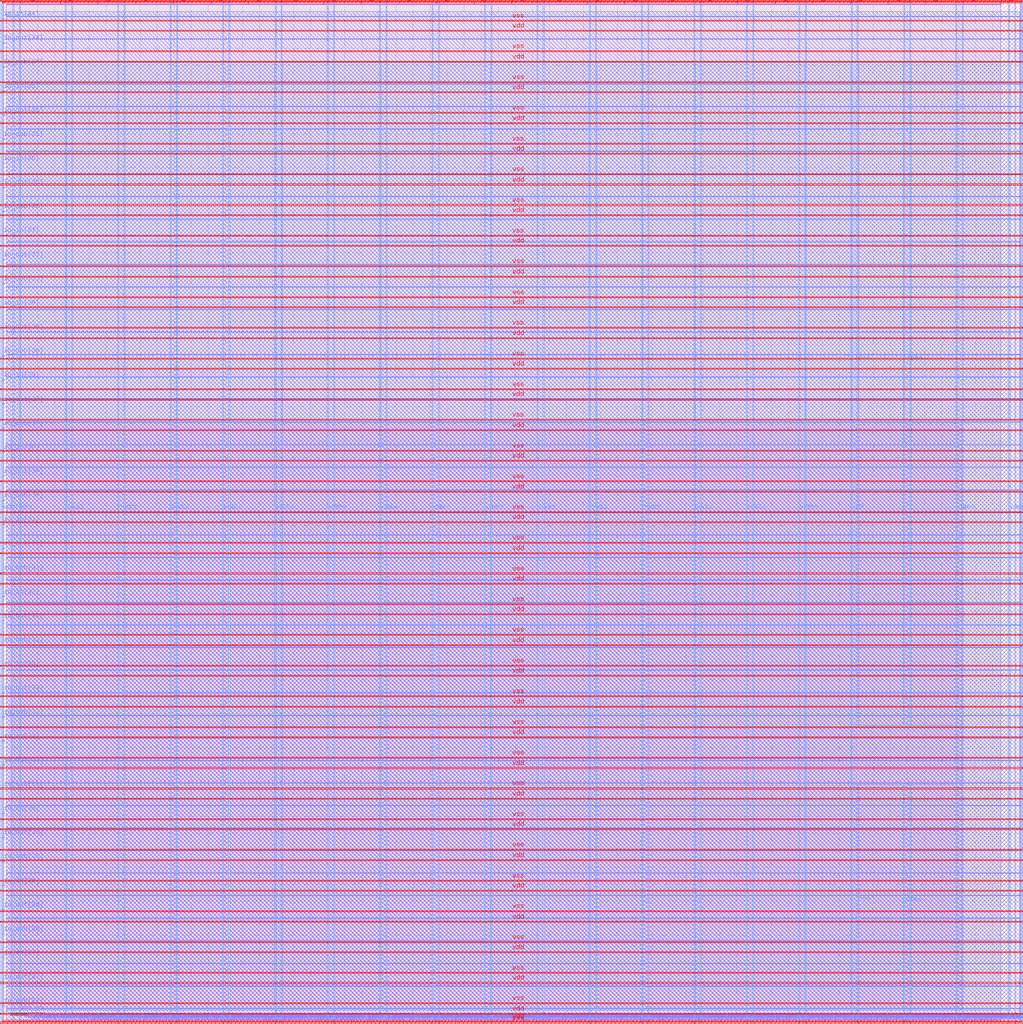
<source format=lef>
VERSION 5.7 ;
  NOWIREEXTENSIONATPIN ON ;
  DIVIDERCHAR "/" ;
  BUSBITCHARS "[]" ;
MACRO user_project_wrapper
  CLASS BLOCK ;
  FOREIGN user_project_wrapper ;
  ORIGIN 0.000 0.000 ;
  SIZE 2980.200 BY 2980.200 ;
  PIN io_in[0]
    DIRECTION INPUT ;
    USE SIGNAL ;
    PORT
      LAYER Metal3 ;
        RECT 2977.800 35.560 2985.000 36.680 ;
    END
  END io_in[0]
  PIN io_in[10]
    DIRECTION INPUT ;
    USE SIGNAL ;
    PORT
      LAYER Metal3 ;
        RECT 2977.800 2017.960 2985.000 2019.080 ;
    END
  END io_in[10]
  PIN io_in[11]
    DIRECTION INPUT ;
    USE SIGNAL ;
    PORT
      LAYER Metal3 ;
        RECT 2977.800 2216.200 2985.000 2217.320 ;
    END
  END io_in[11]
  PIN io_in[12]
    DIRECTION INPUT ;
    USE SIGNAL ;
    PORT
      LAYER Metal3 ;
        RECT 2977.800 2414.440 2985.000 2415.560 ;
    END
  END io_in[12]
  PIN io_in[13]
    DIRECTION INPUT ;
    USE SIGNAL ;
    PORT
      LAYER Metal3 ;
        RECT 2977.800 2612.680 2985.000 2613.800 ;
    END
  END io_in[13]
  PIN io_in[14]
    DIRECTION INPUT ;
    USE SIGNAL ;
    PORT
      LAYER Metal3 ;
        RECT 2977.800 2810.920 2985.000 2812.040 ;
    END
  END io_in[14]
  PIN io_in[15]
    DIRECTION INPUT ;
    USE SIGNAL ;
    PORT
      LAYER Metal2 ;
        RECT 2923.480 2977.800 2924.600 2985.000 ;
    END
  END io_in[15]
  PIN io_in[16]
    DIRECTION INPUT ;
    USE SIGNAL ;
    PORT
      LAYER Metal2 ;
        RECT 2592.520 2977.800 2593.640 2985.000 ;
    END
  END io_in[16]
  PIN io_in[17]
    DIRECTION INPUT ;
    USE SIGNAL ;
    PORT
      LAYER Metal2 ;
        RECT 2261.560 2977.800 2262.680 2985.000 ;
    END
  END io_in[17]
  PIN io_in[18]
    DIRECTION INPUT ;
    USE SIGNAL ;
    PORT
      LAYER Metal2 ;
        RECT 1930.600 2977.800 1931.720 2985.000 ;
    END
  END io_in[18]
  PIN io_in[19]
    DIRECTION INPUT ;
    USE SIGNAL ;
    PORT
      LAYER Metal2 ;
        RECT 1599.640 2977.800 1600.760 2985.000 ;
    END
  END io_in[19]
  PIN io_in[1]
    DIRECTION INPUT ;
    USE SIGNAL ;
    PORT
      LAYER Metal3 ;
        RECT 2977.800 233.800 2985.000 234.920 ;
    END
  END io_in[1]
  PIN io_in[20]
    DIRECTION INPUT ;
    USE SIGNAL ;
    PORT
      LAYER Metal2 ;
        RECT 1268.680 2977.800 1269.800 2985.000 ;
    END
  END io_in[20]
  PIN io_in[21]
    DIRECTION INPUT ;
    USE SIGNAL ;
    PORT
      LAYER Metal2 ;
        RECT 937.720 2977.800 938.840 2985.000 ;
    END
  END io_in[21]
  PIN io_in[22]
    DIRECTION INPUT ;
    USE SIGNAL ;
    PORT
      LAYER Metal2 ;
        RECT 606.760 2977.800 607.880 2985.000 ;
    END
  END io_in[22]
  PIN io_in[23]
    DIRECTION INPUT ;
    USE SIGNAL ;
    PORT
      LAYER Metal2 ;
        RECT 275.800 2977.800 276.920 2985.000 ;
    END
  END io_in[23]
  PIN io_in[24]
    DIRECTION INPUT ;
    USE SIGNAL ;
    PORT
      LAYER Metal3 ;
        RECT -4.800 2935.800 2.400 2936.920 ;
    END
  END io_in[24]
  PIN io_in[25]
    DIRECTION INPUT ;
    USE SIGNAL ;
    PORT
      LAYER Metal3 ;
        RECT -4.800 2724.120 2.400 2725.240 ;
    END
  END io_in[25]
  PIN io_in[26]
    DIRECTION INPUT ;
    USE SIGNAL ;
    PORT
      LAYER Metal3 ;
        RECT -4.800 2512.440 2.400 2513.560 ;
    END
  END io_in[26]
  PIN io_in[27]
    DIRECTION INPUT ;
    USE SIGNAL ;
    PORT
      LAYER Metal3 ;
        RECT -4.800 2300.760 2.400 2301.880 ;
    END
  END io_in[27]
  PIN io_in[28]
    DIRECTION INPUT ;
    USE SIGNAL ;
    PORT
      LAYER Metal3 ;
        RECT -4.800 2089.080 2.400 2090.200 ;
    END
  END io_in[28]
  PIN io_in[29]
    DIRECTION INPUT ;
    USE SIGNAL ;
    PORT
      LAYER Metal3 ;
        RECT -4.800 1877.400 2.400 1878.520 ;
    END
  END io_in[29]
  PIN io_in[2]
    DIRECTION INPUT ;
    USE SIGNAL ;
    PORT
      LAYER Metal3 ;
        RECT 2977.800 432.040 2985.000 433.160 ;
    END
  END io_in[2]
  PIN io_in[30]
    DIRECTION INPUT ;
    USE SIGNAL ;
    PORT
      LAYER Metal3 ;
        RECT -4.800 1665.720 2.400 1666.840 ;
    END
  END io_in[30]
  PIN io_in[31]
    DIRECTION INPUT ;
    USE SIGNAL ;
    PORT
      LAYER Metal3 ;
        RECT -4.800 1454.040 2.400 1455.160 ;
    END
  END io_in[31]
  PIN io_in[32]
    DIRECTION INPUT ;
    USE SIGNAL ;
    PORT
      LAYER Metal3 ;
        RECT -4.800 1242.360 2.400 1243.480 ;
    END
  END io_in[32]
  PIN io_in[33]
    DIRECTION INPUT ;
    USE SIGNAL ;
    PORT
      LAYER Metal3 ;
        RECT -4.800 1030.680 2.400 1031.800 ;
    END
  END io_in[33]
  PIN io_in[34]
    DIRECTION INPUT ;
    USE SIGNAL ;
    PORT
      LAYER Metal3 ;
        RECT -4.800 819.000 2.400 820.120 ;
    END
  END io_in[34]
  PIN io_in[35]
    DIRECTION INPUT ;
    USE SIGNAL ;
    PORT
      LAYER Metal3 ;
        RECT -4.800 607.320 2.400 608.440 ;
    END
  END io_in[35]
  PIN io_in[36]
    DIRECTION INPUT ;
    USE SIGNAL ;
    PORT
      LAYER Metal3 ;
        RECT -4.800 395.640 2.400 396.760 ;
    END
  END io_in[36]
  PIN io_in[37]
    DIRECTION INPUT ;
    USE SIGNAL ;
    PORT
      LAYER Metal3 ;
        RECT -4.800 183.960 2.400 185.080 ;
    END
  END io_in[37]
  PIN io_in[3]
    DIRECTION INPUT ;
    USE SIGNAL ;
    PORT
      LAYER Metal3 ;
        RECT 2977.800 630.280 2985.000 631.400 ;
    END
  END io_in[3]
  PIN io_in[4]
    DIRECTION INPUT ;
    USE SIGNAL ;
    PORT
      LAYER Metal3 ;
        RECT 2977.800 828.520 2985.000 829.640 ;
    END
  END io_in[4]
  PIN io_in[5]
    DIRECTION INPUT ;
    USE SIGNAL ;
    PORT
      LAYER Metal3 ;
        RECT 2977.800 1026.760 2985.000 1027.880 ;
    END
  END io_in[5]
  PIN io_in[6]
    DIRECTION INPUT ;
    USE SIGNAL ;
    PORT
      LAYER Metal3 ;
        RECT 2977.800 1225.000 2985.000 1226.120 ;
    END
  END io_in[6]
  PIN io_in[7]
    DIRECTION INPUT ;
    USE SIGNAL ;
    PORT
      LAYER Metal3 ;
        RECT 2977.800 1423.240 2985.000 1424.360 ;
    END
  END io_in[7]
  PIN io_in[8]
    DIRECTION INPUT ;
    USE SIGNAL ;
    PORT
      LAYER Metal3 ;
        RECT 2977.800 1621.480 2985.000 1622.600 ;
    END
  END io_in[8]
  PIN io_in[9]
    DIRECTION INPUT ;
    USE SIGNAL ;
    PORT
      LAYER Metal3 ;
        RECT 2977.800 1819.720 2985.000 1820.840 ;
    END
  END io_in[9]
  PIN io_oeb[0]
    DIRECTION OUTPUT TRISTATE ;
    USE SIGNAL ;
    PORT
      LAYER Metal3 ;
        RECT 2977.800 167.720 2985.000 168.840 ;
    END
  END io_oeb[0]
  PIN io_oeb[10]
    DIRECTION OUTPUT TRISTATE ;
    USE SIGNAL ;
    PORT
      LAYER Metal3 ;
        RECT 2977.800 2150.120 2985.000 2151.240 ;
    END
  END io_oeb[10]
  PIN io_oeb[11]
    DIRECTION OUTPUT TRISTATE ;
    USE SIGNAL ;
    PORT
      LAYER Metal3 ;
        RECT 2977.800 2348.360 2985.000 2349.480 ;
    END
  END io_oeb[11]
  PIN io_oeb[12]
    DIRECTION OUTPUT TRISTATE ;
    USE SIGNAL ;
    PORT
      LAYER Metal3 ;
        RECT 2977.800 2546.600 2985.000 2547.720 ;
    END
  END io_oeb[12]
  PIN io_oeb[13]
    DIRECTION OUTPUT TRISTATE ;
    USE SIGNAL ;
    PORT
      LAYER Metal3 ;
        RECT 2977.800 2744.840 2985.000 2745.960 ;
    END
  END io_oeb[13]
  PIN io_oeb[14]
    DIRECTION OUTPUT TRISTATE ;
    USE SIGNAL ;
    PORT
      LAYER Metal3 ;
        RECT 2977.800 2943.080 2985.000 2944.200 ;
    END
  END io_oeb[14]
  PIN io_oeb[15]
    DIRECTION OUTPUT TRISTATE ;
    USE SIGNAL ;
    PORT
      LAYER Metal2 ;
        RECT 2702.840 2977.800 2703.960 2985.000 ;
    END
  END io_oeb[15]
  PIN io_oeb[16]
    DIRECTION OUTPUT TRISTATE ;
    USE SIGNAL ;
    PORT
      LAYER Metal2 ;
        RECT 2371.880 2977.800 2373.000 2985.000 ;
    END
  END io_oeb[16]
  PIN io_oeb[17]
    DIRECTION OUTPUT TRISTATE ;
    USE SIGNAL ;
    PORT
      LAYER Metal2 ;
        RECT 2040.920 2977.800 2042.040 2985.000 ;
    END
  END io_oeb[17]
  PIN io_oeb[18]
    DIRECTION OUTPUT TRISTATE ;
    USE SIGNAL ;
    PORT
      LAYER Metal2 ;
        RECT 1709.960 2977.800 1711.080 2985.000 ;
    END
  END io_oeb[18]
  PIN io_oeb[19]
    DIRECTION OUTPUT TRISTATE ;
    USE SIGNAL ;
    PORT
      LAYER Metal2 ;
        RECT 1379.000 2977.800 1380.120 2985.000 ;
    END
  END io_oeb[19]
  PIN io_oeb[1]
    DIRECTION OUTPUT TRISTATE ;
    USE SIGNAL ;
    PORT
      LAYER Metal3 ;
        RECT 2977.800 365.960 2985.000 367.080 ;
    END
  END io_oeb[1]
  PIN io_oeb[20]
    DIRECTION OUTPUT TRISTATE ;
    USE SIGNAL ;
    PORT
      LAYER Metal2 ;
        RECT 1048.040 2977.800 1049.160 2985.000 ;
    END
  END io_oeb[20]
  PIN io_oeb[21]
    DIRECTION OUTPUT TRISTATE ;
    USE SIGNAL ;
    PORT
      LAYER Metal2 ;
        RECT 717.080 2977.800 718.200 2985.000 ;
    END
  END io_oeb[21]
  PIN io_oeb[22]
    DIRECTION OUTPUT TRISTATE ;
    USE SIGNAL ;
    PORT
      LAYER Metal2 ;
        RECT 386.120 2977.800 387.240 2985.000 ;
    END
  END io_oeb[22]
  PIN io_oeb[23]
    DIRECTION OUTPUT TRISTATE ;
    USE SIGNAL ;
    PORT
      LAYER Metal2 ;
        RECT 55.160 2977.800 56.280 2985.000 ;
    END
  END io_oeb[23]
  PIN io_oeb[24]
    DIRECTION OUTPUT TRISTATE ;
    USE SIGNAL ;
    PORT
      LAYER Metal3 ;
        RECT -4.800 2794.680 2.400 2795.800 ;
    END
  END io_oeb[24]
  PIN io_oeb[25]
    DIRECTION OUTPUT TRISTATE ;
    USE SIGNAL ;
    PORT
      LAYER Metal3 ;
        RECT -4.800 2583.000 2.400 2584.120 ;
    END
  END io_oeb[25]
  PIN io_oeb[26]
    DIRECTION OUTPUT TRISTATE ;
    USE SIGNAL ;
    PORT
      LAYER Metal3 ;
        RECT -4.800 2371.320 2.400 2372.440 ;
    END
  END io_oeb[26]
  PIN io_oeb[27]
    DIRECTION OUTPUT TRISTATE ;
    USE SIGNAL ;
    PORT
      LAYER Metal3 ;
        RECT -4.800 2159.640 2.400 2160.760 ;
    END
  END io_oeb[27]
  PIN io_oeb[28]
    DIRECTION OUTPUT TRISTATE ;
    USE SIGNAL ;
    PORT
      LAYER Metal3 ;
        RECT -4.800 1947.960 2.400 1949.080 ;
    END
  END io_oeb[28]
  PIN io_oeb[29]
    DIRECTION OUTPUT TRISTATE ;
    USE SIGNAL ;
    PORT
      LAYER Metal3 ;
        RECT -4.800 1736.280 2.400 1737.400 ;
    END
  END io_oeb[29]
  PIN io_oeb[2]
    DIRECTION OUTPUT TRISTATE ;
    USE SIGNAL ;
    PORT
      LAYER Metal3 ;
        RECT 2977.800 564.200 2985.000 565.320 ;
    END
  END io_oeb[2]
  PIN io_oeb[30]
    DIRECTION OUTPUT TRISTATE ;
    USE SIGNAL ;
    PORT
      LAYER Metal3 ;
        RECT -4.800 1524.600 2.400 1525.720 ;
    END
  END io_oeb[30]
  PIN io_oeb[31]
    DIRECTION OUTPUT TRISTATE ;
    USE SIGNAL ;
    PORT
      LAYER Metal3 ;
        RECT -4.800 1312.920 2.400 1314.040 ;
    END
  END io_oeb[31]
  PIN io_oeb[32]
    DIRECTION OUTPUT TRISTATE ;
    USE SIGNAL ;
    PORT
      LAYER Metal3 ;
        RECT -4.800 1101.240 2.400 1102.360 ;
    END
  END io_oeb[32]
  PIN io_oeb[33]
    DIRECTION OUTPUT TRISTATE ;
    USE SIGNAL ;
    PORT
      LAYER Metal3 ;
        RECT -4.800 889.560 2.400 890.680 ;
    END
  END io_oeb[33]
  PIN io_oeb[34]
    DIRECTION OUTPUT TRISTATE ;
    USE SIGNAL ;
    PORT
      LAYER Metal3 ;
        RECT -4.800 677.880 2.400 679.000 ;
    END
  END io_oeb[34]
  PIN io_oeb[35]
    DIRECTION OUTPUT TRISTATE ;
    USE SIGNAL ;
    PORT
      LAYER Metal3 ;
        RECT -4.800 466.200 2.400 467.320 ;
    END
  END io_oeb[35]
  PIN io_oeb[36]
    DIRECTION OUTPUT TRISTATE ;
    USE SIGNAL ;
    PORT
      LAYER Metal3 ;
        RECT -4.800 254.520 2.400 255.640 ;
    END
  END io_oeb[36]
  PIN io_oeb[37]
    DIRECTION OUTPUT TRISTATE ;
    USE SIGNAL ;
    PORT
      LAYER Metal3 ;
        RECT -4.800 42.840 2.400 43.960 ;
    END
  END io_oeb[37]
  PIN io_oeb[3]
    DIRECTION OUTPUT TRISTATE ;
    USE SIGNAL ;
    PORT
      LAYER Metal3 ;
        RECT 2977.800 762.440 2985.000 763.560 ;
    END
  END io_oeb[3]
  PIN io_oeb[4]
    DIRECTION OUTPUT TRISTATE ;
    USE SIGNAL ;
    PORT
      LAYER Metal3 ;
        RECT 2977.800 960.680 2985.000 961.800 ;
    END
  END io_oeb[4]
  PIN io_oeb[5]
    DIRECTION OUTPUT TRISTATE ;
    USE SIGNAL ;
    PORT
      LAYER Metal3 ;
        RECT 2977.800 1158.920 2985.000 1160.040 ;
    END
  END io_oeb[5]
  PIN io_oeb[6]
    DIRECTION OUTPUT TRISTATE ;
    USE SIGNAL ;
    PORT
      LAYER Metal3 ;
        RECT 2977.800 1357.160 2985.000 1358.280 ;
    END
  END io_oeb[6]
  PIN io_oeb[7]
    DIRECTION OUTPUT TRISTATE ;
    USE SIGNAL ;
    PORT
      LAYER Metal3 ;
        RECT 2977.800 1555.400 2985.000 1556.520 ;
    END
  END io_oeb[7]
  PIN io_oeb[8]
    DIRECTION OUTPUT TRISTATE ;
    USE SIGNAL ;
    PORT
      LAYER Metal3 ;
        RECT 2977.800 1753.640 2985.000 1754.760 ;
    END
  END io_oeb[8]
  PIN io_oeb[9]
    DIRECTION OUTPUT TRISTATE ;
    USE SIGNAL ;
    PORT
      LAYER Metal3 ;
        RECT 2977.800 1951.880 2985.000 1953.000 ;
    END
  END io_oeb[9]
  PIN io_out[0]
    DIRECTION OUTPUT TRISTATE ;
    USE SIGNAL ;
    PORT
      LAYER Metal3 ;
        RECT 2977.800 101.640 2985.000 102.760 ;
    END
  END io_out[0]
  PIN io_out[10]
    DIRECTION OUTPUT TRISTATE ;
    USE SIGNAL ;
    PORT
      LAYER Metal3 ;
        RECT 2977.800 2084.040 2985.000 2085.160 ;
    END
  END io_out[10]
  PIN io_out[11]
    DIRECTION OUTPUT TRISTATE ;
    USE SIGNAL ;
    PORT
      LAYER Metal3 ;
        RECT 2977.800 2282.280 2985.000 2283.400 ;
    END
  END io_out[11]
  PIN io_out[12]
    DIRECTION OUTPUT TRISTATE ;
    USE SIGNAL ;
    PORT
      LAYER Metal3 ;
        RECT 2977.800 2480.520 2985.000 2481.640 ;
    END
  END io_out[12]
  PIN io_out[13]
    DIRECTION OUTPUT TRISTATE ;
    USE SIGNAL ;
    PORT
      LAYER Metal3 ;
        RECT 2977.800 2678.760 2985.000 2679.880 ;
    END
  END io_out[13]
  PIN io_out[14]
    DIRECTION OUTPUT TRISTATE ;
    USE SIGNAL ;
    PORT
      LAYER Metal3 ;
        RECT 2977.800 2877.000 2985.000 2878.120 ;
    END
  END io_out[14]
  PIN io_out[15]
    DIRECTION OUTPUT TRISTATE ;
    USE SIGNAL ;
    PORT
      LAYER Metal2 ;
        RECT 2813.160 2977.800 2814.280 2985.000 ;
    END
  END io_out[15]
  PIN io_out[16]
    DIRECTION OUTPUT TRISTATE ;
    USE SIGNAL ;
    PORT
      LAYER Metal2 ;
        RECT 2482.200 2977.800 2483.320 2985.000 ;
    END
  END io_out[16]
  PIN io_out[17]
    DIRECTION OUTPUT TRISTATE ;
    USE SIGNAL ;
    PORT
      LAYER Metal2 ;
        RECT 2151.240 2977.800 2152.360 2985.000 ;
    END
  END io_out[17]
  PIN io_out[18]
    DIRECTION OUTPUT TRISTATE ;
    USE SIGNAL ;
    PORT
      LAYER Metal2 ;
        RECT 1820.280 2977.800 1821.400 2985.000 ;
    END
  END io_out[18]
  PIN io_out[19]
    DIRECTION OUTPUT TRISTATE ;
    USE SIGNAL ;
    PORT
      LAYER Metal2 ;
        RECT 1489.320 2977.800 1490.440 2985.000 ;
    END
  END io_out[19]
  PIN io_out[1]
    DIRECTION OUTPUT TRISTATE ;
    USE SIGNAL ;
    PORT
      LAYER Metal3 ;
        RECT 2977.800 299.880 2985.000 301.000 ;
    END
  END io_out[1]
  PIN io_out[20]
    DIRECTION OUTPUT TRISTATE ;
    USE SIGNAL ;
    PORT
      LAYER Metal2 ;
        RECT 1158.360 2977.800 1159.480 2985.000 ;
    END
  END io_out[20]
  PIN io_out[21]
    DIRECTION OUTPUT TRISTATE ;
    USE SIGNAL ;
    PORT
      LAYER Metal2 ;
        RECT 827.400 2977.800 828.520 2985.000 ;
    END
  END io_out[21]
  PIN io_out[22]
    DIRECTION OUTPUT TRISTATE ;
    USE SIGNAL ;
    PORT
      LAYER Metal2 ;
        RECT 496.440 2977.800 497.560 2985.000 ;
    END
  END io_out[22]
  PIN io_out[23]
    DIRECTION OUTPUT TRISTATE ;
    USE SIGNAL ;
    PORT
      LAYER Metal2 ;
        RECT 165.480 2977.800 166.600 2985.000 ;
    END
  END io_out[23]
  PIN io_out[24]
    DIRECTION OUTPUT TRISTATE ;
    USE SIGNAL ;
    PORT
      LAYER Metal3 ;
        RECT -4.800 2865.240 2.400 2866.360 ;
    END
  END io_out[24]
  PIN io_out[25]
    DIRECTION OUTPUT TRISTATE ;
    USE SIGNAL ;
    PORT
      LAYER Metal3 ;
        RECT -4.800 2653.560 2.400 2654.680 ;
    END
  END io_out[25]
  PIN io_out[26]
    DIRECTION OUTPUT TRISTATE ;
    USE SIGNAL ;
    PORT
      LAYER Metal3 ;
        RECT -4.800 2441.880 2.400 2443.000 ;
    END
  END io_out[26]
  PIN io_out[27]
    DIRECTION OUTPUT TRISTATE ;
    USE SIGNAL ;
    PORT
      LAYER Metal3 ;
        RECT -4.800 2230.200 2.400 2231.320 ;
    END
  END io_out[27]
  PIN io_out[28]
    DIRECTION OUTPUT TRISTATE ;
    USE SIGNAL ;
    PORT
      LAYER Metal3 ;
        RECT -4.800 2018.520 2.400 2019.640 ;
    END
  END io_out[28]
  PIN io_out[29]
    DIRECTION OUTPUT TRISTATE ;
    USE SIGNAL ;
    PORT
      LAYER Metal3 ;
        RECT -4.800 1806.840 2.400 1807.960 ;
    END
  END io_out[29]
  PIN io_out[2]
    DIRECTION OUTPUT TRISTATE ;
    USE SIGNAL ;
    PORT
      LAYER Metal3 ;
        RECT 2977.800 498.120 2985.000 499.240 ;
    END
  END io_out[2]
  PIN io_out[30]
    DIRECTION OUTPUT TRISTATE ;
    USE SIGNAL ;
    PORT
      LAYER Metal3 ;
        RECT -4.800 1595.160 2.400 1596.280 ;
    END
  END io_out[30]
  PIN io_out[31]
    DIRECTION OUTPUT TRISTATE ;
    USE SIGNAL ;
    PORT
      LAYER Metal3 ;
        RECT -4.800 1383.480 2.400 1384.600 ;
    END
  END io_out[31]
  PIN io_out[32]
    DIRECTION OUTPUT TRISTATE ;
    USE SIGNAL ;
    PORT
      LAYER Metal3 ;
        RECT -4.800 1171.800 2.400 1172.920 ;
    END
  END io_out[32]
  PIN io_out[33]
    DIRECTION OUTPUT TRISTATE ;
    USE SIGNAL ;
    PORT
      LAYER Metal3 ;
        RECT -4.800 960.120 2.400 961.240 ;
    END
  END io_out[33]
  PIN io_out[34]
    DIRECTION OUTPUT TRISTATE ;
    USE SIGNAL ;
    PORT
      LAYER Metal3 ;
        RECT -4.800 748.440 2.400 749.560 ;
    END
  END io_out[34]
  PIN io_out[35]
    DIRECTION OUTPUT TRISTATE ;
    USE SIGNAL ;
    PORT
      LAYER Metal3 ;
        RECT -4.800 536.760 2.400 537.880 ;
    END
  END io_out[35]
  PIN io_out[36]
    DIRECTION OUTPUT TRISTATE ;
    USE SIGNAL ;
    PORT
      LAYER Metal3 ;
        RECT -4.800 325.080 2.400 326.200 ;
    END
  END io_out[36]
  PIN io_out[37]
    DIRECTION OUTPUT TRISTATE ;
    USE SIGNAL ;
    PORT
      LAYER Metal3 ;
        RECT -4.800 113.400 2.400 114.520 ;
    END
  END io_out[37]
  PIN io_out[3]
    DIRECTION OUTPUT TRISTATE ;
    USE SIGNAL ;
    PORT
      LAYER Metal3 ;
        RECT 2977.800 696.360 2985.000 697.480 ;
    END
  END io_out[3]
  PIN io_out[4]
    DIRECTION OUTPUT TRISTATE ;
    USE SIGNAL ;
    PORT
      LAYER Metal3 ;
        RECT 2977.800 894.600 2985.000 895.720 ;
    END
  END io_out[4]
  PIN io_out[5]
    DIRECTION OUTPUT TRISTATE ;
    USE SIGNAL ;
    PORT
      LAYER Metal3 ;
        RECT 2977.800 1092.840 2985.000 1093.960 ;
    END
  END io_out[5]
  PIN io_out[6]
    DIRECTION OUTPUT TRISTATE ;
    USE SIGNAL ;
    PORT
      LAYER Metal3 ;
        RECT 2977.800 1291.080 2985.000 1292.200 ;
    END
  END io_out[6]
  PIN io_out[7]
    DIRECTION OUTPUT TRISTATE ;
    USE SIGNAL ;
    PORT
      LAYER Metal3 ;
        RECT 2977.800 1489.320 2985.000 1490.440 ;
    END
  END io_out[7]
  PIN io_out[8]
    DIRECTION OUTPUT TRISTATE ;
    USE SIGNAL ;
    PORT
      LAYER Metal3 ;
        RECT 2977.800 1687.560 2985.000 1688.680 ;
    END
  END io_out[8]
  PIN io_out[9]
    DIRECTION OUTPUT TRISTATE ;
    USE SIGNAL ;
    PORT
      LAYER Metal3 ;
        RECT 2977.800 1885.800 2985.000 1886.920 ;
    END
  END io_out[9]
  PIN la_data_in[0]
    DIRECTION INPUT ;
    USE SIGNAL ;
    PORT
      LAYER Metal2 ;
        RECT 1065.960 -4.800 1067.080 2.400 ;
    END
  END la_data_in[0]
  PIN la_data_in[10]
    DIRECTION INPUT ;
    USE SIGNAL ;
    PORT
      LAYER Metal2 ;
        RECT 1351.560 -4.800 1352.680 2.400 ;
    END
  END la_data_in[10]
  PIN la_data_in[11]
    DIRECTION INPUT ;
    USE SIGNAL ;
    PORT
      LAYER Metal2 ;
        RECT 1380.120 -4.800 1381.240 2.400 ;
    END
  END la_data_in[11]
  PIN la_data_in[12]
    DIRECTION INPUT ;
    USE SIGNAL ;
    PORT
      LAYER Metal2 ;
        RECT 1408.680 -4.800 1409.800 2.400 ;
    END
  END la_data_in[12]
  PIN la_data_in[13]
    DIRECTION INPUT ;
    USE SIGNAL ;
    PORT
      LAYER Metal2 ;
        RECT 1437.240 -4.800 1438.360 2.400 ;
    END
  END la_data_in[13]
  PIN la_data_in[14]
    DIRECTION INPUT ;
    USE SIGNAL ;
    PORT
      LAYER Metal2 ;
        RECT 1465.800 -4.800 1466.920 2.400 ;
    END
  END la_data_in[14]
  PIN la_data_in[15]
    DIRECTION INPUT ;
    USE SIGNAL ;
    PORT
      LAYER Metal2 ;
        RECT 1494.360 -4.800 1495.480 2.400 ;
    END
  END la_data_in[15]
  PIN la_data_in[16]
    DIRECTION INPUT ;
    USE SIGNAL ;
    PORT
      LAYER Metal2 ;
        RECT 1522.920 -4.800 1524.040 2.400 ;
    END
  END la_data_in[16]
  PIN la_data_in[17]
    DIRECTION INPUT ;
    USE SIGNAL ;
    PORT
      LAYER Metal2 ;
        RECT 1551.480 -4.800 1552.600 2.400 ;
    END
  END la_data_in[17]
  PIN la_data_in[18]
    DIRECTION INPUT ;
    USE SIGNAL ;
    PORT
      LAYER Metal2 ;
        RECT 1580.040 -4.800 1581.160 2.400 ;
    END
  END la_data_in[18]
  PIN la_data_in[19]
    DIRECTION INPUT ;
    USE SIGNAL ;
    PORT
      LAYER Metal2 ;
        RECT 1608.600 -4.800 1609.720 2.400 ;
    END
  END la_data_in[19]
  PIN la_data_in[1]
    DIRECTION INPUT ;
    USE SIGNAL ;
    PORT
      LAYER Metal2 ;
        RECT 1094.520 -4.800 1095.640 2.400 ;
    END
  END la_data_in[1]
  PIN la_data_in[20]
    DIRECTION INPUT ;
    USE SIGNAL ;
    PORT
      LAYER Metal2 ;
        RECT 1637.160 -4.800 1638.280 2.400 ;
    END
  END la_data_in[20]
  PIN la_data_in[21]
    DIRECTION INPUT ;
    USE SIGNAL ;
    PORT
      LAYER Metal2 ;
        RECT 1665.720 -4.800 1666.840 2.400 ;
    END
  END la_data_in[21]
  PIN la_data_in[22]
    DIRECTION INPUT ;
    USE SIGNAL ;
    PORT
      LAYER Metal2 ;
        RECT 1694.280 -4.800 1695.400 2.400 ;
    END
  END la_data_in[22]
  PIN la_data_in[23]
    DIRECTION INPUT ;
    USE SIGNAL ;
    PORT
      LAYER Metal2 ;
        RECT 1722.840 -4.800 1723.960 2.400 ;
    END
  END la_data_in[23]
  PIN la_data_in[24]
    DIRECTION INPUT ;
    USE SIGNAL ;
    PORT
      LAYER Metal2 ;
        RECT 1751.400 -4.800 1752.520 2.400 ;
    END
  END la_data_in[24]
  PIN la_data_in[25]
    DIRECTION INPUT ;
    USE SIGNAL ;
    PORT
      LAYER Metal2 ;
        RECT 1779.960 -4.800 1781.080 2.400 ;
    END
  END la_data_in[25]
  PIN la_data_in[26]
    DIRECTION INPUT ;
    USE SIGNAL ;
    PORT
      LAYER Metal2 ;
        RECT 1808.520 -4.800 1809.640 2.400 ;
    END
  END la_data_in[26]
  PIN la_data_in[27]
    DIRECTION INPUT ;
    USE SIGNAL ;
    PORT
      LAYER Metal2 ;
        RECT 1837.080 -4.800 1838.200 2.400 ;
    END
  END la_data_in[27]
  PIN la_data_in[28]
    DIRECTION INPUT ;
    USE SIGNAL ;
    PORT
      LAYER Metal2 ;
        RECT 1865.640 -4.800 1866.760 2.400 ;
    END
  END la_data_in[28]
  PIN la_data_in[29]
    DIRECTION INPUT ;
    USE SIGNAL ;
    PORT
      LAYER Metal2 ;
        RECT 1894.200 -4.800 1895.320 2.400 ;
    END
  END la_data_in[29]
  PIN la_data_in[2]
    DIRECTION INPUT ;
    USE SIGNAL ;
    PORT
      LAYER Metal2 ;
        RECT 1123.080 -4.800 1124.200 2.400 ;
    END
  END la_data_in[2]
  PIN la_data_in[30]
    DIRECTION INPUT ;
    USE SIGNAL ;
    PORT
      LAYER Metal2 ;
        RECT 1922.760 -4.800 1923.880 2.400 ;
    END
  END la_data_in[30]
  PIN la_data_in[31]
    DIRECTION INPUT ;
    USE SIGNAL ;
    PORT
      LAYER Metal2 ;
        RECT 1951.320 -4.800 1952.440 2.400 ;
    END
  END la_data_in[31]
  PIN la_data_in[32]
    DIRECTION INPUT ;
    USE SIGNAL ;
    PORT
      LAYER Metal2 ;
        RECT 1979.880 -4.800 1981.000 2.400 ;
    END
  END la_data_in[32]
  PIN la_data_in[33]
    DIRECTION INPUT ;
    USE SIGNAL ;
    PORT
      LAYER Metal2 ;
        RECT 2008.440 -4.800 2009.560 2.400 ;
    END
  END la_data_in[33]
  PIN la_data_in[34]
    DIRECTION INPUT ;
    USE SIGNAL ;
    PORT
      LAYER Metal2 ;
        RECT 2037.000 -4.800 2038.120 2.400 ;
    END
  END la_data_in[34]
  PIN la_data_in[35]
    DIRECTION INPUT ;
    USE SIGNAL ;
    PORT
      LAYER Metal2 ;
        RECT 2065.560 -4.800 2066.680 2.400 ;
    END
  END la_data_in[35]
  PIN la_data_in[36]
    DIRECTION INPUT ;
    USE SIGNAL ;
    PORT
      LAYER Metal2 ;
        RECT 2094.120 -4.800 2095.240 2.400 ;
    END
  END la_data_in[36]
  PIN la_data_in[37]
    DIRECTION INPUT ;
    USE SIGNAL ;
    PORT
      LAYER Metal2 ;
        RECT 2122.680 -4.800 2123.800 2.400 ;
    END
  END la_data_in[37]
  PIN la_data_in[38]
    DIRECTION INPUT ;
    USE SIGNAL ;
    PORT
      LAYER Metal2 ;
        RECT 2151.240 -4.800 2152.360 2.400 ;
    END
  END la_data_in[38]
  PIN la_data_in[39]
    DIRECTION INPUT ;
    USE SIGNAL ;
    PORT
      LAYER Metal2 ;
        RECT 2179.800 -4.800 2180.920 2.400 ;
    END
  END la_data_in[39]
  PIN la_data_in[3]
    DIRECTION INPUT ;
    USE SIGNAL ;
    PORT
      LAYER Metal2 ;
        RECT 1151.640 -4.800 1152.760 2.400 ;
    END
  END la_data_in[3]
  PIN la_data_in[40]
    DIRECTION INPUT ;
    USE SIGNAL ;
    PORT
      LAYER Metal2 ;
        RECT 2208.360 -4.800 2209.480 2.400 ;
    END
  END la_data_in[40]
  PIN la_data_in[41]
    DIRECTION INPUT ;
    USE SIGNAL ;
    PORT
      LAYER Metal2 ;
        RECT 2236.920 -4.800 2238.040 2.400 ;
    END
  END la_data_in[41]
  PIN la_data_in[42]
    DIRECTION INPUT ;
    USE SIGNAL ;
    PORT
      LAYER Metal2 ;
        RECT 2265.480 -4.800 2266.600 2.400 ;
    END
  END la_data_in[42]
  PIN la_data_in[43]
    DIRECTION INPUT ;
    USE SIGNAL ;
    PORT
      LAYER Metal2 ;
        RECT 2294.040 -4.800 2295.160 2.400 ;
    END
  END la_data_in[43]
  PIN la_data_in[44]
    DIRECTION INPUT ;
    USE SIGNAL ;
    PORT
      LAYER Metal2 ;
        RECT 2322.600 -4.800 2323.720 2.400 ;
    END
  END la_data_in[44]
  PIN la_data_in[45]
    DIRECTION INPUT ;
    USE SIGNAL ;
    PORT
      LAYER Metal2 ;
        RECT 2351.160 -4.800 2352.280 2.400 ;
    END
  END la_data_in[45]
  PIN la_data_in[46]
    DIRECTION INPUT ;
    USE SIGNAL ;
    PORT
      LAYER Metal2 ;
        RECT 2379.720 -4.800 2380.840 2.400 ;
    END
  END la_data_in[46]
  PIN la_data_in[47]
    DIRECTION INPUT ;
    USE SIGNAL ;
    PORT
      LAYER Metal2 ;
        RECT 2408.280 -4.800 2409.400 2.400 ;
    END
  END la_data_in[47]
  PIN la_data_in[48]
    DIRECTION INPUT ;
    USE SIGNAL ;
    PORT
      LAYER Metal2 ;
        RECT 2436.840 -4.800 2437.960 2.400 ;
    END
  END la_data_in[48]
  PIN la_data_in[49]
    DIRECTION INPUT ;
    USE SIGNAL ;
    PORT
      LAYER Metal2 ;
        RECT 2465.400 -4.800 2466.520 2.400 ;
    END
  END la_data_in[49]
  PIN la_data_in[4]
    DIRECTION INPUT ;
    USE SIGNAL ;
    PORT
      LAYER Metal2 ;
        RECT 1180.200 -4.800 1181.320 2.400 ;
    END
  END la_data_in[4]
  PIN la_data_in[50]
    DIRECTION INPUT ;
    USE SIGNAL ;
    PORT
      LAYER Metal2 ;
        RECT 2493.960 -4.800 2495.080 2.400 ;
    END
  END la_data_in[50]
  PIN la_data_in[51]
    DIRECTION INPUT ;
    USE SIGNAL ;
    PORT
      LAYER Metal2 ;
        RECT 2522.520 -4.800 2523.640 2.400 ;
    END
  END la_data_in[51]
  PIN la_data_in[52]
    DIRECTION INPUT ;
    USE SIGNAL ;
    PORT
      LAYER Metal2 ;
        RECT 2551.080 -4.800 2552.200 2.400 ;
    END
  END la_data_in[52]
  PIN la_data_in[53]
    DIRECTION INPUT ;
    USE SIGNAL ;
    PORT
      LAYER Metal2 ;
        RECT 2579.640 -4.800 2580.760 2.400 ;
    END
  END la_data_in[53]
  PIN la_data_in[54]
    DIRECTION INPUT ;
    USE SIGNAL ;
    PORT
      LAYER Metal2 ;
        RECT 2608.200 -4.800 2609.320 2.400 ;
    END
  END la_data_in[54]
  PIN la_data_in[55]
    DIRECTION INPUT ;
    USE SIGNAL ;
    PORT
      LAYER Metal2 ;
        RECT 2636.760 -4.800 2637.880 2.400 ;
    END
  END la_data_in[55]
  PIN la_data_in[56]
    DIRECTION INPUT ;
    USE SIGNAL ;
    PORT
      LAYER Metal2 ;
        RECT 2665.320 -4.800 2666.440 2.400 ;
    END
  END la_data_in[56]
  PIN la_data_in[57]
    DIRECTION INPUT ;
    USE SIGNAL ;
    PORT
      LAYER Metal2 ;
        RECT 2693.880 -4.800 2695.000 2.400 ;
    END
  END la_data_in[57]
  PIN la_data_in[58]
    DIRECTION INPUT ;
    USE SIGNAL ;
    PORT
      LAYER Metal2 ;
        RECT 2722.440 -4.800 2723.560 2.400 ;
    END
  END la_data_in[58]
  PIN la_data_in[59]
    DIRECTION INPUT ;
    USE SIGNAL ;
    PORT
      LAYER Metal2 ;
        RECT 2751.000 -4.800 2752.120 2.400 ;
    END
  END la_data_in[59]
  PIN la_data_in[5]
    DIRECTION INPUT ;
    USE SIGNAL ;
    PORT
      LAYER Metal2 ;
        RECT 1208.760 -4.800 1209.880 2.400 ;
    END
  END la_data_in[5]
  PIN la_data_in[60]
    DIRECTION INPUT ;
    USE SIGNAL ;
    PORT
      LAYER Metal2 ;
        RECT 2779.560 -4.800 2780.680 2.400 ;
    END
  END la_data_in[60]
  PIN la_data_in[61]
    DIRECTION INPUT ;
    USE SIGNAL ;
    PORT
      LAYER Metal2 ;
        RECT 2808.120 -4.800 2809.240 2.400 ;
    END
  END la_data_in[61]
  PIN la_data_in[62]
    DIRECTION INPUT ;
    USE SIGNAL ;
    PORT
      LAYER Metal2 ;
        RECT 2836.680 -4.800 2837.800 2.400 ;
    END
  END la_data_in[62]
  PIN la_data_in[63]
    DIRECTION INPUT ;
    USE SIGNAL ;
    PORT
      LAYER Metal2 ;
        RECT 2865.240 -4.800 2866.360 2.400 ;
    END
  END la_data_in[63]
  PIN la_data_in[6]
    DIRECTION INPUT ;
    USE SIGNAL ;
    PORT
      LAYER Metal2 ;
        RECT 1237.320 -4.800 1238.440 2.400 ;
    END
  END la_data_in[6]
  PIN la_data_in[7]
    DIRECTION INPUT ;
    USE SIGNAL ;
    PORT
      LAYER Metal2 ;
        RECT 1265.880 -4.800 1267.000 2.400 ;
    END
  END la_data_in[7]
  PIN la_data_in[8]
    DIRECTION INPUT ;
    USE SIGNAL ;
    PORT
      LAYER Metal2 ;
        RECT 1294.440 -4.800 1295.560 2.400 ;
    END
  END la_data_in[8]
  PIN la_data_in[9]
    DIRECTION INPUT ;
    USE SIGNAL ;
    PORT
      LAYER Metal2 ;
        RECT 1323.000 -4.800 1324.120 2.400 ;
    END
  END la_data_in[9]
  PIN la_data_out[0]
    DIRECTION OUTPUT TRISTATE ;
    USE SIGNAL ;
    PORT
      LAYER Metal2 ;
        RECT 1075.480 -4.800 1076.600 2.400 ;
    END
  END la_data_out[0]
  PIN la_data_out[10]
    DIRECTION OUTPUT TRISTATE ;
    USE SIGNAL ;
    PORT
      LAYER Metal2 ;
        RECT 1361.080 -4.800 1362.200 2.400 ;
    END
  END la_data_out[10]
  PIN la_data_out[11]
    DIRECTION OUTPUT TRISTATE ;
    USE SIGNAL ;
    PORT
      LAYER Metal2 ;
        RECT 1389.640 -4.800 1390.760 2.400 ;
    END
  END la_data_out[11]
  PIN la_data_out[12]
    DIRECTION OUTPUT TRISTATE ;
    USE SIGNAL ;
    PORT
      LAYER Metal2 ;
        RECT 1418.200 -4.800 1419.320 2.400 ;
    END
  END la_data_out[12]
  PIN la_data_out[13]
    DIRECTION OUTPUT TRISTATE ;
    USE SIGNAL ;
    PORT
      LAYER Metal2 ;
        RECT 1446.760 -4.800 1447.880 2.400 ;
    END
  END la_data_out[13]
  PIN la_data_out[14]
    DIRECTION OUTPUT TRISTATE ;
    USE SIGNAL ;
    PORT
      LAYER Metal2 ;
        RECT 1475.320 -4.800 1476.440 2.400 ;
    END
  END la_data_out[14]
  PIN la_data_out[15]
    DIRECTION OUTPUT TRISTATE ;
    USE SIGNAL ;
    PORT
      LAYER Metal2 ;
        RECT 1503.880 -4.800 1505.000 2.400 ;
    END
  END la_data_out[15]
  PIN la_data_out[16]
    DIRECTION OUTPUT TRISTATE ;
    USE SIGNAL ;
    PORT
      LAYER Metal2 ;
        RECT 1532.440 -4.800 1533.560 2.400 ;
    END
  END la_data_out[16]
  PIN la_data_out[17]
    DIRECTION OUTPUT TRISTATE ;
    USE SIGNAL ;
    PORT
      LAYER Metal2 ;
        RECT 1561.000 -4.800 1562.120 2.400 ;
    END
  END la_data_out[17]
  PIN la_data_out[18]
    DIRECTION OUTPUT TRISTATE ;
    USE SIGNAL ;
    PORT
      LAYER Metal2 ;
        RECT 1589.560 -4.800 1590.680 2.400 ;
    END
  END la_data_out[18]
  PIN la_data_out[19]
    DIRECTION OUTPUT TRISTATE ;
    USE SIGNAL ;
    PORT
      LAYER Metal2 ;
        RECT 1618.120 -4.800 1619.240 2.400 ;
    END
  END la_data_out[19]
  PIN la_data_out[1]
    DIRECTION OUTPUT TRISTATE ;
    USE SIGNAL ;
    PORT
      LAYER Metal2 ;
        RECT 1104.040 -4.800 1105.160 2.400 ;
    END
  END la_data_out[1]
  PIN la_data_out[20]
    DIRECTION OUTPUT TRISTATE ;
    USE SIGNAL ;
    PORT
      LAYER Metal2 ;
        RECT 1646.680 -4.800 1647.800 2.400 ;
    END
  END la_data_out[20]
  PIN la_data_out[21]
    DIRECTION OUTPUT TRISTATE ;
    USE SIGNAL ;
    PORT
      LAYER Metal2 ;
        RECT 1675.240 -4.800 1676.360 2.400 ;
    END
  END la_data_out[21]
  PIN la_data_out[22]
    DIRECTION OUTPUT TRISTATE ;
    USE SIGNAL ;
    PORT
      LAYER Metal2 ;
        RECT 1703.800 -4.800 1704.920 2.400 ;
    END
  END la_data_out[22]
  PIN la_data_out[23]
    DIRECTION OUTPUT TRISTATE ;
    USE SIGNAL ;
    PORT
      LAYER Metal2 ;
        RECT 1732.360 -4.800 1733.480 2.400 ;
    END
  END la_data_out[23]
  PIN la_data_out[24]
    DIRECTION OUTPUT TRISTATE ;
    USE SIGNAL ;
    PORT
      LAYER Metal2 ;
        RECT 1760.920 -4.800 1762.040 2.400 ;
    END
  END la_data_out[24]
  PIN la_data_out[25]
    DIRECTION OUTPUT TRISTATE ;
    USE SIGNAL ;
    PORT
      LAYER Metal2 ;
        RECT 1789.480 -4.800 1790.600 2.400 ;
    END
  END la_data_out[25]
  PIN la_data_out[26]
    DIRECTION OUTPUT TRISTATE ;
    USE SIGNAL ;
    PORT
      LAYER Metal2 ;
        RECT 1818.040 -4.800 1819.160 2.400 ;
    END
  END la_data_out[26]
  PIN la_data_out[27]
    DIRECTION OUTPUT TRISTATE ;
    USE SIGNAL ;
    PORT
      LAYER Metal2 ;
        RECT 1846.600 -4.800 1847.720 2.400 ;
    END
  END la_data_out[27]
  PIN la_data_out[28]
    DIRECTION OUTPUT TRISTATE ;
    USE SIGNAL ;
    PORT
      LAYER Metal2 ;
        RECT 1875.160 -4.800 1876.280 2.400 ;
    END
  END la_data_out[28]
  PIN la_data_out[29]
    DIRECTION OUTPUT TRISTATE ;
    USE SIGNAL ;
    PORT
      LAYER Metal2 ;
        RECT 1903.720 -4.800 1904.840 2.400 ;
    END
  END la_data_out[29]
  PIN la_data_out[2]
    DIRECTION OUTPUT TRISTATE ;
    USE SIGNAL ;
    PORT
      LAYER Metal2 ;
        RECT 1132.600 -4.800 1133.720 2.400 ;
    END
  END la_data_out[2]
  PIN la_data_out[30]
    DIRECTION OUTPUT TRISTATE ;
    USE SIGNAL ;
    PORT
      LAYER Metal2 ;
        RECT 1932.280 -4.800 1933.400 2.400 ;
    END
  END la_data_out[30]
  PIN la_data_out[31]
    DIRECTION OUTPUT TRISTATE ;
    USE SIGNAL ;
    PORT
      LAYER Metal2 ;
        RECT 1960.840 -4.800 1961.960 2.400 ;
    END
  END la_data_out[31]
  PIN la_data_out[32]
    DIRECTION OUTPUT TRISTATE ;
    USE SIGNAL ;
    PORT
      LAYER Metal2 ;
        RECT 1989.400 -4.800 1990.520 2.400 ;
    END
  END la_data_out[32]
  PIN la_data_out[33]
    DIRECTION OUTPUT TRISTATE ;
    USE SIGNAL ;
    PORT
      LAYER Metal2 ;
        RECT 2017.960 -4.800 2019.080 2.400 ;
    END
  END la_data_out[33]
  PIN la_data_out[34]
    DIRECTION OUTPUT TRISTATE ;
    USE SIGNAL ;
    PORT
      LAYER Metal2 ;
        RECT 2046.520 -4.800 2047.640 2.400 ;
    END
  END la_data_out[34]
  PIN la_data_out[35]
    DIRECTION OUTPUT TRISTATE ;
    USE SIGNAL ;
    PORT
      LAYER Metal2 ;
        RECT 2075.080 -4.800 2076.200 2.400 ;
    END
  END la_data_out[35]
  PIN la_data_out[36]
    DIRECTION OUTPUT TRISTATE ;
    USE SIGNAL ;
    PORT
      LAYER Metal2 ;
        RECT 2103.640 -4.800 2104.760 2.400 ;
    END
  END la_data_out[36]
  PIN la_data_out[37]
    DIRECTION OUTPUT TRISTATE ;
    USE SIGNAL ;
    PORT
      LAYER Metal2 ;
        RECT 2132.200 -4.800 2133.320 2.400 ;
    END
  END la_data_out[37]
  PIN la_data_out[38]
    DIRECTION OUTPUT TRISTATE ;
    USE SIGNAL ;
    PORT
      LAYER Metal2 ;
        RECT 2160.760 -4.800 2161.880 2.400 ;
    END
  END la_data_out[38]
  PIN la_data_out[39]
    DIRECTION OUTPUT TRISTATE ;
    USE SIGNAL ;
    PORT
      LAYER Metal2 ;
        RECT 2189.320 -4.800 2190.440 2.400 ;
    END
  END la_data_out[39]
  PIN la_data_out[3]
    DIRECTION OUTPUT TRISTATE ;
    USE SIGNAL ;
    PORT
      LAYER Metal2 ;
        RECT 1161.160 -4.800 1162.280 2.400 ;
    END
  END la_data_out[3]
  PIN la_data_out[40]
    DIRECTION OUTPUT TRISTATE ;
    USE SIGNAL ;
    PORT
      LAYER Metal2 ;
        RECT 2217.880 -4.800 2219.000 2.400 ;
    END
  END la_data_out[40]
  PIN la_data_out[41]
    DIRECTION OUTPUT TRISTATE ;
    USE SIGNAL ;
    PORT
      LAYER Metal2 ;
        RECT 2246.440 -4.800 2247.560 2.400 ;
    END
  END la_data_out[41]
  PIN la_data_out[42]
    DIRECTION OUTPUT TRISTATE ;
    USE SIGNAL ;
    PORT
      LAYER Metal2 ;
        RECT 2275.000 -4.800 2276.120 2.400 ;
    END
  END la_data_out[42]
  PIN la_data_out[43]
    DIRECTION OUTPUT TRISTATE ;
    USE SIGNAL ;
    PORT
      LAYER Metal2 ;
        RECT 2303.560 -4.800 2304.680 2.400 ;
    END
  END la_data_out[43]
  PIN la_data_out[44]
    DIRECTION OUTPUT TRISTATE ;
    USE SIGNAL ;
    PORT
      LAYER Metal2 ;
        RECT 2332.120 -4.800 2333.240 2.400 ;
    END
  END la_data_out[44]
  PIN la_data_out[45]
    DIRECTION OUTPUT TRISTATE ;
    USE SIGNAL ;
    PORT
      LAYER Metal2 ;
        RECT 2360.680 -4.800 2361.800 2.400 ;
    END
  END la_data_out[45]
  PIN la_data_out[46]
    DIRECTION OUTPUT TRISTATE ;
    USE SIGNAL ;
    PORT
      LAYER Metal2 ;
        RECT 2389.240 -4.800 2390.360 2.400 ;
    END
  END la_data_out[46]
  PIN la_data_out[47]
    DIRECTION OUTPUT TRISTATE ;
    USE SIGNAL ;
    PORT
      LAYER Metal2 ;
        RECT 2417.800 -4.800 2418.920 2.400 ;
    END
  END la_data_out[47]
  PIN la_data_out[48]
    DIRECTION OUTPUT TRISTATE ;
    USE SIGNAL ;
    PORT
      LAYER Metal2 ;
        RECT 2446.360 -4.800 2447.480 2.400 ;
    END
  END la_data_out[48]
  PIN la_data_out[49]
    DIRECTION OUTPUT TRISTATE ;
    USE SIGNAL ;
    PORT
      LAYER Metal2 ;
        RECT 2474.920 -4.800 2476.040 2.400 ;
    END
  END la_data_out[49]
  PIN la_data_out[4]
    DIRECTION OUTPUT TRISTATE ;
    USE SIGNAL ;
    PORT
      LAYER Metal2 ;
        RECT 1189.720 -4.800 1190.840 2.400 ;
    END
  END la_data_out[4]
  PIN la_data_out[50]
    DIRECTION OUTPUT TRISTATE ;
    USE SIGNAL ;
    PORT
      LAYER Metal2 ;
        RECT 2503.480 -4.800 2504.600 2.400 ;
    END
  END la_data_out[50]
  PIN la_data_out[51]
    DIRECTION OUTPUT TRISTATE ;
    USE SIGNAL ;
    PORT
      LAYER Metal2 ;
        RECT 2532.040 -4.800 2533.160 2.400 ;
    END
  END la_data_out[51]
  PIN la_data_out[52]
    DIRECTION OUTPUT TRISTATE ;
    USE SIGNAL ;
    PORT
      LAYER Metal2 ;
        RECT 2560.600 -4.800 2561.720 2.400 ;
    END
  END la_data_out[52]
  PIN la_data_out[53]
    DIRECTION OUTPUT TRISTATE ;
    USE SIGNAL ;
    PORT
      LAYER Metal2 ;
        RECT 2589.160 -4.800 2590.280 2.400 ;
    END
  END la_data_out[53]
  PIN la_data_out[54]
    DIRECTION OUTPUT TRISTATE ;
    USE SIGNAL ;
    PORT
      LAYER Metal2 ;
        RECT 2617.720 -4.800 2618.840 2.400 ;
    END
  END la_data_out[54]
  PIN la_data_out[55]
    DIRECTION OUTPUT TRISTATE ;
    USE SIGNAL ;
    PORT
      LAYER Metal2 ;
        RECT 2646.280 -4.800 2647.400 2.400 ;
    END
  END la_data_out[55]
  PIN la_data_out[56]
    DIRECTION OUTPUT TRISTATE ;
    USE SIGNAL ;
    PORT
      LAYER Metal2 ;
        RECT 2674.840 -4.800 2675.960 2.400 ;
    END
  END la_data_out[56]
  PIN la_data_out[57]
    DIRECTION OUTPUT TRISTATE ;
    USE SIGNAL ;
    PORT
      LAYER Metal2 ;
        RECT 2703.400 -4.800 2704.520 2.400 ;
    END
  END la_data_out[57]
  PIN la_data_out[58]
    DIRECTION OUTPUT TRISTATE ;
    USE SIGNAL ;
    PORT
      LAYER Metal2 ;
        RECT 2731.960 -4.800 2733.080 2.400 ;
    END
  END la_data_out[58]
  PIN la_data_out[59]
    DIRECTION OUTPUT TRISTATE ;
    USE SIGNAL ;
    PORT
      LAYER Metal2 ;
        RECT 2760.520 -4.800 2761.640 2.400 ;
    END
  END la_data_out[59]
  PIN la_data_out[5]
    DIRECTION OUTPUT TRISTATE ;
    USE SIGNAL ;
    PORT
      LAYER Metal2 ;
        RECT 1218.280 -4.800 1219.400 2.400 ;
    END
  END la_data_out[5]
  PIN la_data_out[60]
    DIRECTION OUTPUT TRISTATE ;
    USE SIGNAL ;
    PORT
      LAYER Metal2 ;
        RECT 2789.080 -4.800 2790.200 2.400 ;
    END
  END la_data_out[60]
  PIN la_data_out[61]
    DIRECTION OUTPUT TRISTATE ;
    USE SIGNAL ;
    PORT
      LAYER Metal2 ;
        RECT 2817.640 -4.800 2818.760 2.400 ;
    END
  END la_data_out[61]
  PIN la_data_out[62]
    DIRECTION OUTPUT TRISTATE ;
    USE SIGNAL ;
    PORT
      LAYER Metal2 ;
        RECT 2846.200 -4.800 2847.320 2.400 ;
    END
  END la_data_out[62]
  PIN la_data_out[63]
    DIRECTION OUTPUT TRISTATE ;
    USE SIGNAL ;
    PORT
      LAYER Metal2 ;
        RECT 2874.760 -4.800 2875.880 2.400 ;
    END
  END la_data_out[63]
  PIN la_data_out[6]
    DIRECTION OUTPUT TRISTATE ;
    USE SIGNAL ;
    PORT
      LAYER Metal2 ;
        RECT 1246.840 -4.800 1247.960 2.400 ;
    END
  END la_data_out[6]
  PIN la_data_out[7]
    DIRECTION OUTPUT TRISTATE ;
    USE SIGNAL ;
    PORT
      LAYER Metal2 ;
        RECT 1275.400 -4.800 1276.520 2.400 ;
    END
  END la_data_out[7]
  PIN la_data_out[8]
    DIRECTION OUTPUT TRISTATE ;
    USE SIGNAL ;
    PORT
      LAYER Metal2 ;
        RECT 1303.960 -4.800 1305.080 2.400 ;
    END
  END la_data_out[8]
  PIN la_data_out[9]
    DIRECTION OUTPUT TRISTATE ;
    USE SIGNAL ;
    PORT
      LAYER Metal2 ;
        RECT 1332.520 -4.800 1333.640 2.400 ;
    END
  END la_data_out[9]
  PIN la_oenb[0]
    DIRECTION INPUT ;
    USE SIGNAL ;
    PORT
      LAYER Metal2 ;
        RECT 1085.000 -4.800 1086.120 2.400 ;
    END
  END la_oenb[0]
  PIN la_oenb[10]
    DIRECTION INPUT ;
    USE SIGNAL ;
    PORT
      LAYER Metal2 ;
        RECT 1370.600 -4.800 1371.720 2.400 ;
    END
  END la_oenb[10]
  PIN la_oenb[11]
    DIRECTION INPUT ;
    USE SIGNAL ;
    PORT
      LAYER Metal2 ;
        RECT 1399.160 -4.800 1400.280 2.400 ;
    END
  END la_oenb[11]
  PIN la_oenb[12]
    DIRECTION INPUT ;
    USE SIGNAL ;
    PORT
      LAYER Metal2 ;
        RECT 1427.720 -4.800 1428.840 2.400 ;
    END
  END la_oenb[12]
  PIN la_oenb[13]
    DIRECTION INPUT ;
    USE SIGNAL ;
    PORT
      LAYER Metal2 ;
        RECT 1456.280 -4.800 1457.400 2.400 ;
    END
  END la_oenb[13]
  PIN la_oenb[14]
    DIRECTION INPUT ;
    USE SIGNAL ;
    PORT
      LAYER Metal2 ;
        RECT 1484.840 -4.800 1485.960 2.400 ;
    END
  END la_oenb[14]
  PIN la_oenb[15]
    DIRECTION INPUT ;
    USE SIGNAL ;
    PORT
      LAYER Metal2 ;
        RECT 1513.400 -4.800 1514.520 2.400 ;
    END
  END la_oenb[15]
  PIN la_oenb[16]
    DIRECTION INPUT ;
    USE SIGNAL ;
    PORT
      LAYER Metal2 ;
        RECT 1541.960 -4.800 1543.080 2.400 ;
    END
  END la_oenb[16]
  PIN la_oenb[17]
    DIRECTION INPUT ;
    USE SIGNAL ;
    PORT
      LAYER Metal2 ;
        RECT 1570.520 -4.800 1571.640 2.400 ;
    END
  END la_oenb[17]
  PIN la_oenb[18]
    DIRECTION INPUT ;
    USE SIGNAL ;
    PORT
      LAYER Metal2 ;
        RECT 1599.080 -4.800 1600.200 2.400 ;
    END
  END la_oenb[18]
  PIN la_oenb[19]
    DIRECTION INPUT ;
    USE SIGNAL ;
    PORT
      LAYER Metal2 ;
        RECT 1627.640 -4.800 1628.760 2.400 ;
    END
  END la_oenb[19]
  PIN la_oenb[1]
    DIRECTION INPUT ;
    USE SIGNAL ;
    PORT
      LAYER Metal2 ;
        RECT 1113.560 -4.800 1114.680 2.400 ;
    END
  END la_oenb[1]
  PIN la_oenb[20]
    DIRECTION INPUT ;
    USE SIGNAL ;
    PORT
      LAYER Metal2 ;
        RECT 1656.200 -4.800 1657.320 2.400 ;
    END
  END la_oenb[20]
  PIN la_oenb[21]
    DIRECTION INPUT ;
    USE SIGNAL ;
    PORT
      LAYER Metal2 ;
        RECT 1684.760 -4.800 1685.880 2.400 ;
    END
  END la_oenb[21]
  PIN la_oenb[22]
    DIRECTION INPUT ;
    USE SIGNAL ;
    PORT
      LAYER Metal2 ;
        RECT 1713.320 -4.800 1714.440 2.400 ;
    END
  END la_oenb[22]
  PIN la_oenb[23]
    DIRECTION INPUT ;
    USE SIGNAL ;
    PORT
      LAYER Metal2 ;
        RECT 1741.880 -4.800 1743.000 2.400 ;
    END
  END la_oenb[23]
  PIN la_oenb[24]
    DIRECTION INPUT ;
    USE SIGNAL ;
    PORT
      LAYER Metal2 ;
        RECT 1770.440 -4.800 1771.560 2.400 ;
    END
  END la_oenb[24]
  PIN la_oenb[25]
    DIRECTION INPUT ;
    USE SIGNAL ;
    PORT
      LAYER Metal2 ;
        RECT 1799.000 -4.800 1800.120 2.400 ;
    END
  END la_oenb[25]
  PIN la_oenb[26]
    DIRECTION INPUT ;
    USE SIGNAL ;
    PORT
      LAYER Metal2 ;
        RECT 1827.560 -4.800 1828.680 2.400 ;
    END
  END la_oenb[26]
  PIN la_oenb[27]
    DIRECTION INPUT ;
    USE SIGNAL ;
    PORT
      LAYER Metal2 ;
        RECT 1856.120 -4.800 1857.240 2.400 ;
    END
  END la_oenb[27]
  PIN la_oenb[28]
    DIRECTION INPUT ;
    USE SIGNAL ;
    PORT
      LAYER Metal2 ;
        RECT 1884.680 -4.800 1885.800 2.400 ;
    END
  END la_oenb[28]
  PIN la_oenb[29]
    DIRECTION INPUT ;
    USE SIGNAL ;
    PORT
      LAYER Metal2 ;
        RECT 1913.240 -4.800 1914.360 2.400 ;
    END
  END la_oenb[29]
  PIN la_oenb[2]
    DIRECTION INPUT ;
    USE SIGNAL ;
    PORT
      LAYER Metal2 ;
        RECT 1142.120 -4.800 1143.240 2.400 ;
    END
  END la_oenb[2]
  PIN la_oenb[30]
    DIRECTION INPUT ;
    USE SIGNAL ;
    PORT
      LAYER Metal2 ;
        RECT 1941.800 -4.800 1942.920 2.400 ;
    END
  END la_oenb[30]
  PIN la_oenb[31]
    DIRECTION INPUT ;
    USE SIGNAL ;
    PORT
      LAYER Metal2 ;
        RECT 1970.360 -4.800 1971.480 2.400 ;
    END
  END la_oenb[31]
  PIN la_oenb[32]
    DIRECTION INPUT ;
    USE SIGNAL ;
    PORT
      LAYER Metal2 ;
        RECT 1998.920 -4.800 2000.040 2.400 ;
    END
  END la_oenb[32]
  PIN la_oenb[33]
    DIRECTION INPUT ;
    USE SIGNAL ;
    PORT
      LAYER Metal2 ;
        RECT 2027.480 -4.800 2028.600 2.400 ;
    END
  END la_oenb[33]
  PIN la_oenb[34]
    DIRECTION INPUT ;
    USE SIGNAL ;
    PORT
      LAYER Metal2 ;
        RECT 2056.040 -4.800 2057.160 2.400 ;
    END
  END la_oenb[34]
  PIN la_oenb[35]
    DIRECTION INPUT ;
    USE SIGNAL ;
    PORT
      LAYER Metal2 ;
        RECT 2084.600 -4.800 2085.720 2.400 ;
    END
  END la_oenb[35]
  PIN la_oenb[36]
    DIRECTION INPUT ;
    USE SIGNAL ;
    PORT
      LAYER Metal2 ;
        RECT 2113.160 -4.800 2114.280 2.400 ;
    END
  END la_oenb[36]
  PIN la_oenb[37]
    DIRECTION INPUT ;
    USE SIGNAL ;
    PORT
      LAYER Metal2 ;
        RECT 2141.720 -4.800 2142.840 2.400 ;
    END
  END la_oenb[37]
  PIN la_oenb[38]
    DIRECTION INPUT ;
    USE SIGNAL ;
    PORT
      LAYER Metal2 ;
        RECT 2170.280 -4.800 2171.400 2.400 ;
    END
  END la_oenb[38]
  PIN la_oenb[39]
    DIRECTION INPUT ;
    USE SIGNAL ;
    PORT
      LAYER Metal2 ;
        RECT 2198.840 -4.800 2199.960 2.400 ;
    END
  END la_oenb[39]
  PIN la_oenb[3]
    DIRECTION INPUT ;
    USE SIGNAL ;
    PORT
      LAYER Metal2 ;
        RECT 1170.680 -4.800 1171.800 2.400 ;
    END
  END la_oenb[3]
  PIN la_oenb[40]
    DIRECTION INPUT ;
    USE SIGNAL ;
    PORT
      LAYER Metal2 ;
        RECT 2227.400 -4.800 2228.520 2.400 ;
    END
  END la_oenb[40]
  PIN la_oenb[41]
    DIRECTION INPUT ;
    USE SIGNAL ;
    PORT
      LAYER Metal2 ;
        RECT 2255.960 -4.800 2257.080 2.400 ;
    END
  END la_oenb[41]
  PIN la_oenb[42]
    DIRECTION INPUT ;
    USE SIGNAL ;
    PORT
      LAYER Metal2 ;
        RECT 2284.520 -4.800 2285.640 2.400 ;
    END
  END la_oenb[42]
  PIN la_oenb[43]
    DIRECTION INPUT ;
    USE SIGNAL ;
    PORT
      LAYER Metal2 ;
        RECT 2313.080 -4.800 2314.200 2.400 ;
    END
  END la_oenb[43]
  PIN la_oenb[44]
    DIRECTION INPUT ;
    USE SIGNAL ;
    PORT
      LAYER Metal2 ;
        RECT 2341.640 -4.800 2342.760 2.400 ;
    END
  END la_oenb[44]
  PIN la_oenb[45]
    DIRECTION INPUT ;
    USE SIGNAL ;
    PORT
      LAYER Metal2 ;
        RECT 2370.200 -4.800 2371.320 2.400 ;
    END
  END la_oenb[45]
  PIN la_oenb[46]
    DIRECTION INPUT ;
    USE SIGNAL ;
    PORT
      LAYER Metal2 ;
        RECT 2398.760 -4.800 2399.880 2.400 ;
    END
  END la_oenb[46]
  PIN la_oenb[47]
    DIRECTION INPUT ;
    USE SIGNAL ;
    PORT
      LAYER Metal2 ;
        RECT 2427.320 -4.800 2428.440 2.400 ;
    END
  END la_oenb[47]
  PIN la_oenb[48]
    DIRECTION INPUT ;
    USE SIGNAL ;
    PORT
      LAYER Metal2 ;
        RECT 2455.880 -4.800 2457.000 2.400 ;
    END
  END la_oenb[48]
  PIN la_oenb[49]
    DIRECTION INPUT ;
    USE SIGNAL ;
    PORT
      LAYER Metal2 ;
        RECT 2484.440 -4.800 2485.560 2.400 ;
    END
  END la_oenb[49]
  PIN la_oenb[4]
    DIRECTION INPUT ;
    USE SIGNAL ;
    PORT
      LAYER Metal2 ;
        RECT 1199.240 -4.800 1200.360 2.400 ;
    END
  END la_oenb[4]
  PIN la_oenb[50]
    DIRECTION INPUT ;
    USE SIGNAL ;
    PORT
      LAYER Metal2 ;
        RECT 2513.000 -4.800 2514.120 2.400 ;
    END
  END la_oenb[50]
  PIN la_oenb[51]
    DIRECTION INPUT ;
    USE SIGNAL ;
    PORT
      LAYER Metal2 ;
        RECT 2541.560 -4.800 2542.680 2.400 ;
    END
  END la_oenb[51]
  PIN la_oenb[52]
    DIRECTION INPUT ;
    USE SIGNAL ;
    PORT
      LAYER Metal2 ;
        RECT 2570.120 -4.800 2571.240 2.400 ;
    END
  END la_oenb[52]
  PIN la_oenb[53]
    DIRECTION INPUT ;
    USE SIGNAL ;
    PORT
      LAYER Metal2 ;
        RECT 2598.680 -4.800 2599.800 2.400 ;
    END
  END la_oenb[53]
  PIN la_oenb[54]
    DIRECTION INPUT ;
    USE SIGNAL ;
    PORT
      LAYER Metal2 ;
        RECT 2627.240 -4.800 2628.360 2.400 ;
    END
  END la_oenb[54]
  PIN la_oenb[55]
    DIRECTION INPUT ;
    USE SIGNAL ;
    PORT
      LAYER Metal2 ;
        RECT 2655.800 -4.800 2656.920 2.400 ;
    END
  END la_oenb[55]
  PIN la_oenb[56]
    DIRECTION INPUT ;
    USE SIGNAL ;
    PORT
      LAYER Metal2 ;
        RECT 2684.360 -4.800 2685.480 2.400 ;
    END
  END la_oenb[56]
  PIN la_oenb[57]
    DIRECTION INPUT ;
    USE SIGNAL ;
    PORT
      LAYER Metal2 ;
        RECT 2712.920 -4.800 2714.040 2.400 ;
    END
  END la_oenb[57]
  PIN la_oenb[58]
    DIRECTION INPUT ;
    USE SIGNAL ;
    PORT
      LAYER Metal2 ;
        RECT 2741.480 -4.800 2742.600 2.400 ;
    END
  END la_oenb[58]
  PIN la_oenb[59]
    DIRECTION INPUT ;
    USE SIGNAL ;
    PORT
      LAYER Metal2 ;
        RECT 2770.040 -4.800 2771.160 2.400 ;
    END
  END la_oenb[59]
  PIN la_oenb[5]
    DIRECTION INPUT ;
    USE SIGNAL ;
    PORT
      LAYER Metal2 ;
        RECT 1227.800 -4.800 1228.920 2.400 ;
    END
  END la_oenb[5]
  PIN la_oenb[60]
    DIRECTION INPUT ;
    USE SIGNAL ;
    PORT
      LAYER Metal2 ;
        RECT 2798.600 -4.800 2799.720 2.400 ;
    END
  END la_oenb[60]
  PIN la_oenb[61]
    DIRECTION INPUT ;
    USE SIGNAL ;
    PORT
      LAYER Metal2 ;
        RECT 2827.160 -4.800 2828.280 2.400 ;
    END
  END la_oenb[61]
  PIN la_oenb[62]
    DIRECTION INPUT ;
    USE SIGNAL ;
    PORT
      LAYER Metal2 ;
        RECT 2855.720 -4.800 2856.840 2.400 ;
    END
  END la_oenb[62]
  PIN la_oenb[63]
    DIRECTION INPUT ;
    USE SIGNAL ;
    PORT
      LAYER Metal2 ;
        RECT 2884.280 -4.800 2885.400 2.400 ;
    END
  END la_oenb[63]
  PIN la_oenb[6]
    DIRECTION INPUT ;
    USE SIGNAL ;
    PORT
      LAYER Metal2 ;
        RECT 1256.360 -4.800 1257.480 2.400 ;
    END
  END la_oenb[6]
  PIN la_oenb[7]
    DIRECTION INPUT ;
    USE SIGNAL ;
    PORT
      LAYER Metal2 ;
        RECT 1284.920 -4.800 1286.040 2.400 ;
    END
  END la_oenb[7]
  PIN la_oenb[8]
    DIRECTION INPUT ;
    USE SIGNAL ;
    PORT
      LAYER Metal2 ;
        RECT 1313.480 -4.800 1314.600 2.400 ;
    END
  END la_oenb[8]
  PIN la_oenb[9]
    DIRECTION INPUT ;
    USE SIGNAL ;
    PORT
      LAYER Metal2 ;
        RECT 1342.040 -4.800 1343.160 2.400 ;
    END
  END la_oenb[9]
  PIN user_clock2
    DIRECTION INPUT ;
    USE SIGNAL ;
    PORT
      LAYER Metal2 ;
        RECT 2893.800 -4.800 2894.920 2.400 ;
    END
  END user_clock2
  PIN user_irq[0]
    DIRECTION OUTPUT TRISTATE ;
    USE SIGNAL ;
    PORT
      LAYER Metal2 ;
        RECT 2903.320 -4.800 2904.440 2.400 ;
    END
  END user_irq[0]
  PIN user_irq[1]
    DIRECTION OUTPUT TRISTATE ;
    USE SIGNAL ;
    PORT
      LAYER Metal2 ;
        RECT 2912.840 -4.800 2913.960 2.400 ;
    END
  END user_irq[1]
  PIN user_irq[2]
    DIRECTION OUTPUT TRISTATE ;
    USE SIGNAL ;
    PORT
      LAYER Metal2 ;
        RECT 2922.360 -4.800 2923.480 2.400 ;
    END
  END user_irq[2]
  PIN vdd
    DIRECTION INOUT ;
    USE POWER ;
    PORT
      LAYER Metal4 ;
        RECT -4.780 -3.420 -1.680 2986.540 ;
    END
    PORT
      LAYER Metal5 ;
        RECT -4.780 -3.420 2985.100 -0.320 ;
    END
    PORT
      LAYER Metal5 ;
        RECT -4.780 2983.440 2985.100 2986.540 ;
    END
    PORT
      LAYER Metal4 ;
        RECT 2982.000 -3.420 2985.100 2986.540 ;
    END
    PORT
      LAYER Metal4 ;
        RECT 27.090 -8.220 30.190 2991.340 ;
    END
    PORT
      LAYER Metal4 ;
        RECT 180.690 -8.220 183.790 2991.340 ;
    END
    PORT
      LAYER Metal4 ;
        RECT 334.290 -8.220 337.390 2991.340 ;
    END
    PORT
      LAYER Metal4 ;
        RECT 487.890 -8.220 490.990 2991.340 ;
    END
    PORT
      LAYER Metal4 ;
        RECT 641.490 -8.220 644.590 2991.340 ;
    END
    PORT
      LAYER Metal4 ;
        RECT 795.090 -8.220 798.190 2991.340 ;
    END
    PORT
      LAYER Metal4 ;
        RECT 948.690 -8.220 951.790 2991.340 ;
    END
    PORT
      LAYER Metal4 ;
        RECT 1102.290 -8.220 1105.390 2991.340 ;
    END
    PORT
      LAYER Metal4 ;
        RECT 1255.890 -8.220 1258.990 2991.340 ;
    END
    PORT
      LAYER Metal4 ;
        RECT 1409.490 -8.220 1412.590 2991.340 ;
    END
    PORT
      LAYER Metal4 ;
        RECT 1563.090 -8.220 1566.190 2991.340 ;
    END
    PORT
      LAYER Metal4 ;
        RECT 1716.690 -8.220 1719.790 2991.340 ;
    END
    PORT
      LAYER Metal4 ;
        RECT 1870.290 -8.220 1873.390 2991.340 ;
    END
    PORT
      LAYER Metal4 ;
        RECT 2023.890 -8.220 2026.990 2991.340 ;
    END
    PORT
      LAYER Metal4 ;
        RECT 2177.490 -8.220 2180.590 2991.340 ;
    END
    PORT
      LAYER Metal4 ;
        RECT 2331.090 -8.220 2334.190 2991.340 ;
    END
    PORT
      LAYER Metal4 ;
        RECT 2484.690 -8.220 2487.790 2991.340 ;
    END
    PORT
      LAYER Metal4 ;
        RECT 2638.290 -8.220 2641.390 692.770 ;
    END
    PORT
      LAYER Metal4 ;
        RECT 2638.290 866.030 2641.390 2991.340 ;
    END
    PORT
      LAYER Metal4 ;
        RECT 2791.890 -8.220 2794.990 2991.340 ;
    END
    PORT
      LAYER Metal4 ;
        RECT 2945.490 -8.220 2948.590 2991.340 ;
    END
    PORT
      LAYER Metal5 ;
        RECT -9.580 19.130 2989.900 22.230 ;
    END
    PORT
      LAYER Metal5 ;
        RECT -9.580 109.130 2989.900 112.230 ;
    END
    PORT
      LAYER Metal5 ;
        RECT -9.580 199.130 2989.900 202.230 ;
    END
    PORT
      LAYER Metal5 ;
        RECT -9.580 289.130 2989.900 292.230 ;
    END
    PORT
      LAYER Metal5 ;
        RECT -9.580 379.130 2989.900 382.230 ;
    END
    PORT
      LAYER Metal5 ;
        RECT -9.580 469.130 2989.900 472.230 ;
    END
    PORT
      LAYER Metal5 ;
        RECT -9.580 559.130 2989.900 562.230 ;
    END
    PORT
      LAYER Metal5 ;
        RECT -9.580 649.130 2989.900 652.230 ;
    END
    PORT
      LAYER Metal5 ;
        RECT -9.580 739.130 2989.900 742.230 ;
    END
    PORT
      LAYER Metal5 ;
        RECT -9.580 829.130 2989.900 832.230 ;
    END
    PORT
      LAYER Metal5 ;
        RECT -9.580 919.130 2989.900 922.230 ;
    END
    PORT
      LAYER Metal5 ;
        RECT -9.580 1009.130 2989.900 1012.230 ;
    END
    PORT
      LAYER Metal5 ;
        RECT -9.580 1099.130 2989.900 1102.230 ;
    END
    PORT
      LAYER Metal5 ;
        RECT -9.580 1189.130 2989.900 1192.230 ;
    END
    PORT
      LAYER Metal5 ;
        RECT -9.580 1279.130 2989.900 1282.230 ;
    END
    PORT
      LAYER Metal5 ;
        RECT -9.580 1369.130 2989.900 1372.230 ;
    END
    PORT
      LAYER Metal5 ;
        RECT -9.580 1459.130 2989.900 1462.230 ;
    END
    PORT
      LAYER Metal5 ;
        RECT -9.580 1549.130 2989.900 1552.230 ;
    END
    PORT
      LAYER Metal5 ;
        RECT -9.580 1639.130 2989.900 1642.230 ;
    END
    PORT
      LAYER Metal5 ;
        RECT -9.580 1729.130 2989.900 1732.230 ;
    END
    PORT
      LAYER Metal5 ;
        RECT -9.580 1819.130 2989.900 1822.230 ;
    END
    PORT
      LAYER Metal5 ;
        RECT -9.580 1909.130 2989.900 1912.230 ;
    END
    PORT
      LAYER Metal5 ;
        RECT -9.580 1999.130 2989.900 2002.230 ;
    END
    PORT
      LAYER Metal5 ;
        RECT -9.580 2089.130 2989.900 2092.230 ;
    END
    PORT
      LAYER Metal5 ;
        RECT -9.580 2179.130 2989.900 2182.230 ;
    END
    PORT
      LAYER Metal5 ;
        RECT -9.580 2269.130 2989.900 2272.230 ;
    END
    PORT
      LAYER Metal5 ;
        RECT -9.580 2359.130 2989.900 2362.230 ;
    END
    PORT
      LAYER Metal5 ;
        RECT -9.580 2449.130 2989.900 2452.230 ;
    END
    PORT
      LAYER Metal5 ;
        RECT -9.580 2539.130 2989.900 2542.230 ;
    END
    PORT
      LAYER Metal5 ;
        RECT -9.580 2629.130 2989.900 2632.230 ;
    END
    PORT
      LAYER Metal5 ;
        RECT -9.580 2719.130 2989.900 2722.230 ;
    END
    PORT
      LAYER Metal5 ;
        RECT -9.580 2809.130 2989.900 2812.230 ;
    END
    PORT
      LAYER Metal5 ;
        RECT -9.580 2899.130 2989.900 2902.230 ;
    END
  END vdd
  PIN vss
    DIRECTION INOUT ;
    USE GROUND ;
    PORT
      LAYER Metal4 ;
        RECT -9.580 -8.220 -6.480 2991.340 ;
    END
    PORT
      LAYER Metal5 ;
        RECT -9.580 -8.220 2989.900 -5.120 ;
    END
    PORT
      LAYER Metal5 ;
        RECT -9.580 2988.240 2989.900 2991.340 ;
    END
    PORT
      LAYER Metal4 ;
        RECT 2986.800 -8.220 2989.900 2991.340 ;
    END
    PORT
      LAYER Metal4 ;
        RECT 45.690 -8.220 48.790 2991.340 ;
    END
    PORT
      LAYER Metal4 ;
        RECT 199.290 -8.220 202.390 2991.340 ;
    END
    PORT
      LAYER Metal4 ;
        RECT 352.890 -8.220 355.990 2991.340 ;
    END
    PORT
      LAYER Metal4 ;
        RECT 506.490 -8.220 509.590 2991.340 ;
    END
    PORT
      LAYER Metal4 ;
        RECT 660.090 -8.220 663.190 2991.340 ;
    END
    PORT
      LAYER Metal4 ;
        RECT 813.690 -8.220 816.790 2991.340 ;
    END
    PORT
      LAYER Metal4 ;
        RECT 967.290 -8.220 970.390 2991.340 ;
    END
    PORT
      LAYER Metal4 ;
        RECT 1120.890 -8.220 1123.990 2991.340 ;
    END
    PORT
      LAYER Metal4 ;
        RECT 1274.490 -8.220 1277.590 2991.340 ;
    END
    PORT
      LAYER Metal4 ;
        RECT 1428.090 -8.220 1431.190 2991.340 ;
    END
    PORT
      LAYER Metal4 ;
        RECT 1581.690 -8.220 1584.790 2991.340 ;
    END
    PORT
      LAYER Metal4 ;
        RECT 1735.290 -8.220 1738.390 2991.340 ;
    END
    PORT
      LAYER Metal4 ;
        RECT 1888.890 -8.220 1891.990 2991.340 ;
    END
    PORT
      LAYER Metal4 ;
        RECT 2042.490 -8.220 2045.590 2991.340 ;
    END
    PORT
      LAYER Metal4 ;
        RECT 2196.090 -8.220 2199.190 2991.340 ;
    END
    PORT
      LAYER Metal4 ;
        RECT 2349.690 -8.220 2352.790 2991.340 ;
    END
    PORT
      LAYER Metal4 ;
        RECT 2503.290 -8.220 2506.390 692.770 ;
    END
    PORT
      LAYER Metal4 ;
        RECT 2503.290 866.030 2506.390 2991.340 ;
    END
    PORT
      LAYER Metal4 ;
        RECT 2656.890 -8.220 2659.990 692.770 ;
    END
    PORT
      LAYER Metal4 ;
        RECT 2656.890 866.030 2659.990 2991.340 ;
    END
    PORT
      LAYER Metal4 ;
        RECT 2810.490 -8.220 2813.590 2991.340 ;
    END
    PORT
      LAYER Metal4 ;
        RECT 2964.090 -8.220 2967.190 2991.340 ;
    END
    PORT
      LAYER Metal5 ;
        RECT -9.580 49.130 2989.900 52.230 ;
    END
    PORT
      LAYER Metal5 ;
        RECT -9.580 139.130 2989.900 142.230 ;
    END
    PORT
      LAYER Metal5 ;
        RECT -9.580 229.130 2989.900 232.230 ;
    END
    PORT
      LAYER Metal5 ;
        RECT -9.580 319.130 2989.900 322.230 ;
    END
    PORT
      LAYER Metal5 ;
        RECT -9.580 409.130 2989.900 412.230 ;
    END
    PORT
      LAYER Metal5 ;
        RECT -9.580 499.130 2989.900 502.230 ;
    END
    PORT
      LAYER Metal5 ;
        RECT -9.580 589.130 2989.900 592.230 ;
    END
    PORT
      LAYER Metal5 ;
        RECT -9.580 679.130 2989.900 682.230 ;
    END
    PORT
      LAYER Metal5 ;
        RECT -9.580 769.130 2989.900 772.230 ;
    END
    PORT
      LAYER Metal5 ;
        RECT -9.580 859.130 2989.900 862.230 ;
    END
    PORT
      LAYER Metal5 ;
        RECT -9.580 949.130 2989.900 952.230 ;
    END
    PORT
      LAYER Metal5 ;
        RECT -9.580 1039.130 2989.900 1042.230 ;
    END
    PORT
      LAYER Metal5 ;
        RECT -9.580 1129.130 2989.900 1132.230 ;
    END
    PORT
      LAYER Metal5 ;
        RECT -9.580 1219.130 2989.900 1222.230 ;
    END
    PORT
      LAYER Metal5 ;
        RECT -9.580 1309.130 2989.900 1312.230 ;
    END
    PORT
      LAYER Metal5 ;
        RECT -9.580 1399.130 2989.900 1402.230 ;
    END
    PORT
      LAYER Metal5 ;
        RECT -9.580 1489.130 2989.900 1492.230 ;
    END
    PORT
      LAYER Metal5 ;
        RECT -9.580 1579.130 2989.900 1582.230 ;
    END
    PORT
      LAYER Metal5 ;
        RECT -9.580 1669.130 2989.900 1672.230 ;
    END
    PORT
      LAYER Metal5 ;
        RECT -9.580 1759.130 2989.900 1762.230 ;
    END
    PORT
      LAYER Metal5 ;
        RECT -9.580 1849.130 2989.900 1852.230 ;
    END
    PORT
      LAYER Metal5 ;
        RECT -9.580 1939.130 2989.900 1942.230 ;
    END
    PORT
      LAYER Metal5 ;
        RECT -9.580 2029.130 2989.900 2032.230 ;
    END
    PORT
      LAYER Metal5 ;
        RECT -9.580 2119.130 2989.900 2122.230 ;
    END
    PORT
      LAYER Metal5 ;
        RECT -9.580 2209.130 2989.900 2212.230 ;
    END
    PORT
      LAYER Metal5 ;
        RECT -9.580 2299.130 2989.900 2302.230 ;
    END
    PORT
      LAYER Metal5 ;
        RECT -9.580 2389.130 2989.900 2392.230 ;
    END
    PORT
      LAYER Metal5 ;
        RECT -9.580 2479.130 2989.900 2482.230 ;
    END
    PORT
      LAYER Metal5 ;
        RECT -9.580 2569.130 2989.900 2572.230 ;
    END
    PORT
      LAYER Metal5 ;
        RECT -9.580 2659.130 2989.900 2662.230 ;
    END
    PORT
      LAYER Metal5 ;
        RECT -9.580 2749.130 2989.900 2752.230 ;
    END
    PORT
      LAYER Metal5 ;
        RECT -9.580 2839.130 2989.900 2842.230 ;
    END
    PORT
      LAYER Metal5 ;
        RECT -9.580 2929.130 2989.900 2932.230 ;
    END
  END vss
  PIN wb_clk_i
    DIRECTION INPUT ;
    USE SIGNAL ;
    PORT
      LAYER Metal2 ;
        RECT 56.840 -4.800 57.960 2.400 ;
    END
  END wb_clk_i
  PIN wb_rst_i
    DIRECTION INPUT ;
    USE SIGNAL ;
    PORT
      LAYER Metal2 ;
        RECT 66.360 -4.800 67.480 2.400 ;
    END
  END wb_rst_i
  PIN wbs_ack_o
    DIRECTION OUTPUT TRISTATE ;
    USE SIGNAL ;
    PORT
      LAYER Metal2 ;
        RECT 75.880 -4.800 77.000 2.400 ;
    END
  END wbs_ack_o
  PIN wbs_adr_i[0]
    DIRECTION INPUT ;
    USE SIGNAL ;
    PORT
      LAYER Metal2 ;
        RECT 113.960 -4.800 115.080 2.400 ;
    END
  END wbs_adr_i[0]
  PIN wbs_adr_i[10]
    DIRECTION INPUT ;
    USE SIGNAL ;
    PORT
      LAYER Metal2 ;
        RECT 437.640 -4.800 438.760 2.400 ;
    END
  END wbs_adr_i[10]
  PIN wbs_adr_i[11]
    DIRECTION INPUT ;
    USE SIGNAL ;
    PORT
      LAYER Metal2 ;
        RECT 466.200 -4.800 467.320 2.400 ;
    END
  END wbs_adr_i[11]
  PIN wbs_adr_i[12]
    DIRECTION INPUT ;
    USE SIGNAL ;
    PORT
      LAYER Metal2 ;
        RECT 494.760 -4.800 495.880 2.400 ;
    END
  END wbs_adr_i[12]
  PIN wbs_adr_i[13]
    DIRECTION INPUT ;
    USE SIGNAL ;
    PORT
      LAYER Metal2 ;
        RECT 523.320 -4.800 524.440 2.400 ;
    END
  END wbs_adr_i[13]
  PIN wbs_adr_i[14]
    DIRECTION INPUT ;
    USE SIGNAL ;
    PORT
      LAYER Metal2 ;
        RECT 551.880 -4.800 553.000 2.400 ;
    END
  END wbs_adr_i[14]
  PIN wbs_adr_i[15]
    DIRECTION INPUT ;
    USE SIGNAL ;
    PORT
      LAYER Metal2 ;
        RECT 580.440 -4.800 581.560 2.400 ;
    END
  END wbs_adr_i[15]
  PIN wbs_adr_i[16]
    DIRECTION INPUT ;
    USE SIGNAL ;
    PORT
      LAYER Metal2 ;
        RECT 609.000 -4.800 610.120 2.400 ;
    END
  END wbs_adr_i[16]
  PIN wbs_adr_i[17]
    DIRECTION INPUT ;
    USE SIGNAL ;
    PORT
      LAYER Metal2 ;
        RECT 637.560 -4.800 638.680 2.400 ;
    END
  END wbs_adr_i[17]
  PIN wbs_adr_i[18]
    DIRECTION INPUT ;
    USE SIGNAL ;
    PORT
      LAYER Metal2 ;
        RECT 666.120 -4.800 667.240 2.400 ;
    END
  END wbs_adr_i[18]
  PIN wbs_adr_i[19]
    DIRECTION INPUT ;
    USE SIGNAL ;
    PORT
      LAYER Metal2 ;
        RECT 694.680 -4.800 695.800 2.400 ;
    END
  END wbs_adr_i[19]
  PIN wbs_adr_i[1]
    DIRECTION INPUT ;
    USE SIGNAL ;
    PORT
      LAYER Metal2 ;
        RECT 152.040 -4.800 153.160 2.400 ;
    END
  END wbs_adr_i[1]
  PIN wbs_adr_i[20]
    DIRECTION INPUT ;
    USE SIGNAL ;
    PORT
      LAYER Metal2 ;
        RECT 723.240 -4.800 724.360 2.400 ;
    END
  END wbs_adr_i[20]
  PIN wbs_adr_i[21]
    DIRECTION INPUT ;
    USE SIGNAL ;
    PORT
      LAYER Metal2 ;
        RECT 751.800 -4.800 752.920 2.400 ;
    END
  END wbs_adr_i[21]
  PIN wbs_adr_i[22]
    DIRECTION INPUT ;
    USE SIGNAL ;
    PORT
      LAYER Metal2 ;
        RECT 780.360 -4.800 781.480 2.400 ;
    END
  END wbs_adr_i[22]
  PIN wbs_adr_i[23]
    DIRECTION INPUT ;
    USE SIGNAL ;
    PORT
      LAYER Metal2 ;
        RECT 808.920 -4.800 810.040 2.400 ;
    END
  END wbs_adr_i[23]
  PIN wbs_adr_i[24]
    DIRECTION INPUT ;
    USE SIGNAL ;
    PORT
      LAYER Metal2 ;
        RECT 837.480 -4.800 838.600 2.400 ;
    END
  END wbs_adr_i[24]
  PIN wbs_adr_i[25]
    DIRECTION INPUT ;
    USE SIGNAL ;
    PORT
      LAYER Metal2 ;
        RECT 866.040 -4.800 867.160 2.400 ;
    END
  END wbs_adr_i[25]
  PIN wbs_adr_i[26]
    DIRECTION INPUT ;
    USE SIGNAL ;
    PORT
      LAYER Metal2 ;
        RECT 894.600 -4.800 895.720 2.400 ;
    END
  END wbs_adr_i[26]
  PIN wbs_adr_i[27]
    DIRECTION INPUT ;
    USE SIGNAL ;
    PORT
      LAYER Metal2 ;
        RECT 923.160 -4.800 924.280 2.400 ;
    END
  END wbs_adr_i[27]
  PIN wbs_adr_i[28]
    DIRECTION INPUT ;
    USE SIGNAL ;
    PORT
      LAYER Metal2 ;
        RECT 951.720 -4.800 952.840 2.400 ;
    END
  END wbs_adr_i[28]
  PIN wbs_adr_i[29]
    DIRECTION INPUT ;
    USE SIGNAL ;
    PORT
      LAYER Metal2 ;
        RECT 980.280 -4.800 981.400 2.400 ;
    END
  END wbs_adr_i[29]
  PIN wbs_adr_i[2]
    DIRECTION INPUT ;
    USE SIGNAL ;
    PORT
      LAYER Metal2 ;
        RECT 190.120 -4.800 191.240 2.400 ;
    END
  END wbs_adr_i[2]
  PIN wbs_adr_i[30]
    DIRECTION INPUT ;
    USE SIGNAL ;
    PORT
      LAYER Metal2 ;
        RECT 1008.840 -4.800 1009.960 2.400 ;
    END
  END wbs_adr_i[30]
  PIN wbs_adr_i[31]
    DIRECTION INPUT ;
    USE SIGNAL ;
    PORT
      LAYER Metal2 ;
        RECT 1037.400 -4.800 1038.520 2.400 ;
    END
  END wbs_adr_i[31]
  PIN wbs_adr_i[3]
    DIRECTION INPUT ;
    USE SIGNAL ;
    PORT
      LAYER Metal2 ;
        RECT 228.200 -4.800 229.320 2.400 ;
    END
  END wbs_adr_i[3]
  PIN wbs_adr_i[4]
    DIRECTION INPUT ;
    USE SIGNAL ;
    PORT
      LAYER Metal2 ;
        RECT 266.280 -4.800 267.400 2.400 ;
    END
  END wbs_adr_i[4]
  PIN wbs_adr_i[5]
    DIRECTION INPUT ;
    USE SIGNAL ;
    PORT
      LAYER Metal2 ;
        RECT 294.840 -4.800 295.960 2.400 ;
    END
  END wbs_adr_i[5]
  PIN wbs_adr_i[6]
    DIRECTION INPUT ;
    USE SIGNAL ;
    PORT
      LAYER Metal2 ;
        RECT 323.400 -4.800 324.520 2.400 ;
    END
  END wbs_adr_i[6]
  PIN wbs_adr_i[7]
    DIRECTION INPUT ;
    USE SIGNAL ;
    PORT
      LAYER Metal2 ;
        RECT 351.960 -4.800 353.080 2.400 ;
    END
  END wbs_adr_i[7]
  PIN wbs_adr_i[8]
    DIRECTION INPUT ;
    USE SIGNAL ;
    PORT
      LAYER Metal2 ;
        RECT 380.520 -4.800 381.640 2.400 ;
    END
  END wbs_adr_i[8]
  PIN wbs_adr_i[9]
    DIRECTION INPUT ;
    USE SIGNAL ;
    PORT
      LAYER Metal2 ;
        RECT 409.080 -4.800 410.200 2.400 ;
    END
  END wbs_adr_i[9]
  PIN wbs_cyc_i
    DIRECTION INPUT ;
    USE SIGNAL ;
    PORT
      LAYER Metal2 ;
        RECT 85.400 -4.800 86.520 2.400 ;
    END
  END wbs_cyc_i
  PIN wbs_dat_i[0]
    DIRECTION INPUT ;
    USE SIGNAL ;
    PORT
      LAYER Metal2 ;
        RECT 123.480 -4.800 124.600 2.400 ;
    END
  END wbs_dat_i[0]
  PIN wbs_dat_i[10]
    DIRECTION INPUT ;
    USE SIGNAL ;
    PORT
      LAYER Metal2 ;
        RECT 447.160 -4.800 448.280 2.400 ;
    END
  END wbs_dat_i[10]
  PIN wbs_dat_i[11]
    DIRECTION INPUT ;
    USE SIGNAL ;
    PORT
      LAYER Metal2 ;
        RECT 475.720 -4.800 476.840 2.400 ;
    END
  END wbs_dat_i[11]
  PIN wbs_dat_i[12]
    DIRECTION INPUT ;
    USE SIGNAL ;
    PORT
      LAYER Metal2 ;
        RECT 504.280 -4.800 505.400 2.400 ;
    END
  END wbs_dat_i[12]
  PIN wbs_dat_i[13]
    DIRECTION INPUT ;
    USE SIGNAL ;
    PORT
      LAYER Metal2 ;
        RECT 532.840 -4.800 533.960 2.400 ;
    END
  END wbs_dat_i[13]
  PIN wbs_dat_i[14]
    DIRECTION INPUT ;
    USE SIGNAL ;
    PORT
      LAYER Metal2 ;
        RECT 561.400 -4.800 562.520 2.400 ;
    END
  END wbs_dat_i[14]
  PIN wbs_dat_i[15]
    DIRECTION INPUT ;
    USE SIGNAL ;
    PORT
      LAYER Metal2 ;
        RECT 589.960 -4.800 591.080 2.400 ;
    END
  END wbs_dat_i[15]
  PIN wbs_dat_i[16]
    DIRECTION INPUT ;
    USE SIGNAL ;
    PORT
      LAYER Metal2 ;
        RECT 618.520 -4.800 619.640 2.400 ;
    END
  END wbs_dat_i[16]
  PIN wbs_dat_i[17]
    DIRECTION INPUT ;
    USE SIGNAL ;
    PORT
      LAYER Metal2 ;
        RECT 647.080 -4.800 648.200 2.400 ;
    END
  END wbs_dat_i[17]
  PIN wbs_dat_i[18]
    DIRECTION INPUT ;
    USE SIGNAL ;
    PORT
      LAYER Metal2 ;
        RECT 675.640 -4.800 676.760 2.400 ;
    END
  END wbs_dat_i[18]
  PIN wbs_dat_i[19]
    DIRECTION INPUT ;
    USE SIGNAL ;
    PORT
      LAYER Metal2 ;
        RECT 704.200 -4.800 705.320 2.400 ;
    END
  END wbs_dat_i[19]
  PIN wbs_dat_i[1]
    DIRECTION INPUT ;
    USE SIGNAL ;
    PORT
      LAYER Metal2 ;
        RECT 161.560 -4.800 162.680 2.400 ;
    END
  END wbs_dat_i[1]
  PIN wbs_dat_i[20]
    DIRECTION INPUT ;
    USE SIGNAL ;
    PORT
      LAYER Metal2 ;
        RECT 732.760 -4.800 733.880 2.400 ;
    END
  END wbs_dat_i[20]
  PIN wbs_dat_i[21]
    DIRECTION INPUT ;
    USE SIGNAL ;
    PORT
      LAYER Metal2 ;
        RECT 761.320 -4.800 762.440 2.400 ;
    END
  END wbs_dat_i[21]
  PIN wbs_dat_i[22]
    DIRECTION INPUT ;
    USE SIGNAL ;
    PORT
      LAYER Metal2 ;
        RECT 789.880 -4.800 791.000 2.400 ;
    END
  END wbs_dat_i[22]
  PIN wbs_dat_i[23]
    DIRECTION INPUT ;
    USE SIGNAL ;
    PORT
      LAYER Metal2 ;
        RECT 818.440 -4.800 819.560 2.400 ;
    END
  END wbs_dat_i[23]
  PIN wbs_dat_i[24]
    DIRECTION INPUT ;
    USE SIGNAL ;
    PORT
      LAYER Metal2 ;
        RECT 847.000 -4.800 848.120 2.400 ;
    END
  END wbs_dat_i[24]
  PIN wbs_dat_i[25]
    DIRECTION INPUT ;
    USE SIGNAL ;
    PORT
      LAYER Metal2 ;
        RECT 875.560 -4.800 876.680 2.400 ;
    END
  END wbs_dat_i[25]
  PIN wbs_dat_i[26]
    DIRECTION INPUT ;
    USE SIGNAL ;
    PORT
      LAYER Metal2 ;
        RECT 904.120 -4.800 905.240 2.400 ;
    END
  END wbs_dat_i[26]
  PIN wbs_dat_i[27]
    DIRECTION INPUT ;
    USE SIGNAL ;
    PORT
      LAYER Metal2 ;
        RECT 932.680 -4.800 933.800 2.400 ;
    END
  END wbs_dat_i[27]
  PIN wbs_dat_i[28]
    DIRECTION INPUT ;
    USE SIGNAL ;
    PORT
      LAYER Metal2 ;
        RECT 961.240 -4.800 962.360 2.400 ;
    END
  END wbs_dat_i[28]
  PIN wbs_dat_i[29]
    DIRECTION INPUT ;
    USE SIGNAL ;
    PORT
      LAYER Metal2 ;
        RECT 989.800 -4.800 990.920 2.400 ;
    END
  END wbs_dat_i[29]
  PIN wbs_dat_i[2]
    DIRECTION INPUT ;
    USE SIGNAL ;
    PORT
      LAYER Metal2 ;
        RECT 199.640 -4.800 200.760 2.400 ;
    END
  END wbs_dat_i[2]
  PIN wbs_dat_i[30]
    DIRECTION INPUT ;
    USE SIGNAL ;
    PORT
      LAYER Metal2 ;
        RECT 1018.360 -4.800 1019.480 2.400 ;
    END
  END wbs_dat_i[30]
  PIN wbs_dat_i[31]
    DIRECTION INPUT ;
    USE SIGNAL ;
    PORT
      LAYER Metal2 ;
        RECT 1046.920 -4.800 1048.040 2.400 ;
    END
  END wbs_dat_i[31]
  PIN wbs_dat_i[3]
    DIRECTION INPUT ;
    USE SIGNAL ;
    PORT
      LAYER Metal2 ;
        RECT 237.720 -4.800 238.840 2.400 ;
    END
  END wbs_dat_i[3]
  PIN wbs_dat_i[4]
    DIRECTION INPUT ;
    USE SIGNAL ;
    PORT
      LAYER Metal2 ;
        RECT 275.800 -4.800 276.920 2.400 ;
    END
  END wbs_dat_i[4]
  PIN wbs_dat_i[5]
    DIRECTION INPUT ;
    USE SIGNAL ;
    PORT
      LAYER Metal2 ;
        RECT 304.360 -4.800 305.480 2.400 ;
    END
  END wbs_dat_i[5]
  PIN wbs_dat_i[6]
    DIRECTION INPUT ;
    USE SIGNAL ;
    PORT
      LAYER Metal2 ;
        RECT 332.920 -4.800 334.040 2.400 ;
    END
  END wbs_dat_i[6]
  PIN wbs_dat_i[7]
    DIRECTION INPUT ;
    USE SIGNAL ;
    PORT
      LAYER Metal2 ;
        RECT 361.480 -4.800 362.600 2.400 ;
    END
  END wbs_dat_i[7]
  PIN wbs_dat_i[8]
    DIRECTION INPUT ;
    USE SIGNAL ;
    PORT
      LAYER Metal2 ;
        RECT 390.040 -4.800 391.160 2.400 ;
    END
  END wbs_dat_i[8]
  PIN wbs_dat_i[9]
    DIRECTION INPUT ;
    USE SIGNAL ;
    PORT
      LAYER Metal2 ;
        RECT 418.600 -4.800 419.720 2.400 ;
    END
  END wbs_dat_i[9]
  PIN wbs_dat_o[0]
    DIRECTION OUTPUT TRISTATE ;
    USE SIGNAL ;
    PORT
      LAYER Metal2 ;
        RECT 133.000 -4.800 134.120 2.400 ;
    END
  END wbs_dat_o[0]
  PIN wbs_dat_o[10]
    DIRECTION OUTPUT TRISTATE ;
    USE SIGNAL ;
    PORT
      LAYER Metal2 ;
        RECT 456.680 -4.800 457.800 2.400 ;
    END
  END wbs_dat_o[10]
  PIN wbs_dat_o[11]
    DIRECTION OUTPUT TRISTATE ;
    USE SIGNAL ;
    PORT
      LAYER Metal2 ;
        RECT 485.240 -4.800 486.360 2.400 ;
    END
  END wbs_dat_o[11]
  PIN wbs_dat_o[12]
    DIRECTION OUTPUT TRISTATE ;
    USE SIGNAL ;
    PORT
      LAYER Metal2 ;
        RECT 513.800 -4.800 514.920 2.400 ;
    END
  END wbs_dat_o[12]
  PIN wbs_dat_o[13]
    DIRECTION OUTPUT TRISTATE ;
    USE SIGNAL ;
    PORT
      LAYER Metal2 ;
        RECT 542.360 -4.800 543.480 2.400 ;
    END
  END wbs_dat_o[13]
  PIN wbs_dat_o[14]
    DIRECTION OUTPUT TRISTATE ;
    USE SIGNAL ;
    PORT
      LAYER Metal2 ;
        RECT 570.920 -4.800 572.040 2.400 ;
    END
  END wbs_dat_o[14]
  PIN wbs_dat_o[15]
    DIRECTION OUTPUT TRISTATE ;
    USE SIGNAL ;
    PORT
      LAYER Metal2 ;
        RECT 599.480 -4.800 600.600 2.400 ;
    END
  END wbs_dat_o[15]
  PIN wbs_dat_o[16]
    DIRECTION OUTPUT TRISTATE ;
    USE SIGNAL ;
    PORT
      LAYER Metal2 ;
        RECT 628.040 -4.800 629.160 2.400 ;
    END
  END wbs_dat_o[16]
  PIN wbs_dat_o[17]
    DIRECTION OUTPUT TRISTATE ;
    USE SIGNAL ;
    PORT
      LAYER Metal2 ;
        RECT 656.600 -4.800 657.720 2.400 ;
    END
  END wbs_dat_o[17]
  PIN wbs_dat_o[18]
    DIRECTION OUTPUT TRISTATE ;
    USE SIGNAL ;
    PORT
      LAYER Metal2 ;
        RECT 685.160 -4.800 686.280 2.400 ;
    END
  END wbs_dat_o[18]
  PIN wbs_dat_o[19]
    DIRECTION OUTPUT TRISTATE ;
    USE SIGNAL ;
    PORT
      LAYER Metal2 ;
        RECT 713.720 -4.800 714.840 2.400 ;
    END
  END wbs_dat_o[19]
  PIN wbs_dat_o[1]
    DIRECTION OUTPUT TRISTATE ;
    USE SIGNAL ;
    PORT
      LAYER Metal2 ;
        RECT 171.080 -4.800 172.200 2.400 ;
    END
  END wbs_dat_o[1]
  PIN wbs_dat_o[20]
    DIRECTION OUTPUT TRISTATE ;
    USE SIGNAL ;
    PORT
      LAYER Metal2 ;
        RECT 742.280 -4.800 743.400 2.400 ;
    END
  END wbs_dat_o[20]
  PIN wbs_dat_o[21]
    DIRECTION OUTPUT TRISTATE ;
    USE SIGNAL ;
    PORT
      LAYER Metal2 ;
        RECT 770.840 -4.800 771.960 2.400 ;
    END
  END wbs_dat_o[21]
  PIN wbs_dat_o[22]
    DIRECTION OUTPUT TRISTATE ;
    USE SIGNAL ;
    PORT
      LAYER Metal2 ;
        RECT 799.400 -4.800 800.520 2.400 ;
    END
  END wbs_dat_o[22]
  PIN wbs_dat_o[23]
    DIRECTION OUTPUT TRISTATE ;
    USE SIGNAL ;
    PORT
      LAYER Metal2 ;
        RECT 827.960 -4.800 829.080 2.400 ;
    END
  END wbs_dat_o[23]
  PIN wbs_dat_o[24]
    DIRECTION OUTPUT TRISTATE ;
    USE SIGNAL ;
    PORT
      LAYER Metal2 ;
        RECT 856.520 -4.800 857.640 2.400 ;
    END
  END wbs_dat_o[24]
  PIN wbs_dat_o[25]
    DIRECTION OUTPUT TRISTATE ;
    USE SIGNAL ;
    PORT
      LAYER Metal2 ;
        RECT 885.080 -4.800 886.200 2.400 ;
    END
  END wbs_dat_o[25]
  PIN wbs_dat_o[26]
    DIRECTION OUTPUT TRISTATE ;
    USE SIGNAL ;
    PORT
      LAYER Metal2 ;
        RECT 913.640 -4.800 914.760 2.400 ;
    END
  END wbs_dat_o[26]
  PIN wbs_dat_o[27]
    DIRECTION OUTPUT TRISTATE ;
    USE SIGNAL ;
    PORT
      LAYER Metal2 ;
        RECT 942.200 -4.800 943.320 2.400 ;
    END
  END wbs_dat_o[27]
  PIN wbs_dat_o[28]
    DIRECTION OUTPUT TRISTATE ;
    USE SIGNAL ;
    PORT
      LAYER Metal2 ;
        RECT 970.760 -4.800 971.880 2.400 ;
    END
  END wbs_dat_o[28]
  PIN wbs_dat_o[29]
    DIRECTION OUTPUT TRISTATE ;
    USE SIGNAL ;
    PORT
      LAYER Metal2 ;
        RECT 999.320 -4.800 1000.440 2.400 ;
    END
  END wbs_dat_o[29]
  PIN wbs_dat_o[2]
    DIRECTION OUTPUT TRISTATE ;
    USE SIGNAL ;
    PORT
      LAYER Metal2 ;
        RECT 209.160 -4.800 210.280 2.400 ;
    END
  END wbs_dat_o[2]
  PIN wbs_dat_o[30]
    DIRECTION OUTPUT TRISTATE ;
    USE SIGNAL ;
    PORT
      LAYER Metal2 ;
        RECT 1027.880 -4.800 1029.000 2.400 ;
    END
  END wbs_dat_o[30]
  PIN wbs_dat_o[31]
    DIRECTION OUTPUT TRISTATE ;
    USE SIGNAL ;
    PORT
      LAYER Metal2 ;
        RECT 1056.440 -4.800 1057.560 2.400 ;
    END
  END wbs_dat_o[31]
  PIN wbs_dat_o[3]
    DIRECTION OUTPUT TRISTATE ;
    USE SIGNAL ;
    PORT
      LAYER Metal2 ;
        RECT 247.240 -4.800 248.360 2.400 ;
    END
  END wbs_dat_o[3]
  PIN wbs_dat_o[4]
    DIRECTION OUTPUT TRISTATE ;
    USE SIGNAL ;
    PORT
      LAYER Metal2 ;
        RECT 285.320 -4.800 286.440 2.400 ;
    END
  END wbs_dat_o[4]
  PIN wbs_dat_o[5]
    DIRECTION OUTPUT TRISTATE ;
    USE SIGNAL ;
    PORT
      LAYER Metal2 ;
        RECT 313.880 -4.800 315.000 2.400 ;
    END
  END wbs_dat_o[5]
  PIN wbs_dat_o[6]
    DIRECTION OUTPUT TRISTATE ;
    USE SIGNAL ;
    PORT
      LAYER Metal2 ;
        RECT 342.440 -4.800 343.560 2.400 ;
    END
  END wbs_dat_o[6]
  PIN wbs_dat_o[7]
    DIRECTION OUTPUT TRISTATE ;
    USE SIGNAL ;
    PORT
      LAYER Metal2 ;
        RECT 371.000 -4.800 372.120 2.400 ;
    END
  END wbs_dat_o[7]
  PIN wbs_dat_o[8]
    DIRECTION OUTPUT TRISTATE ;
    USE SIGNAL ;
    PORT
      LAYER Metal2 ;
        RECT 399.560 -4.800 400.680 2.400 ;
    END
  END wbs_dat_o[8]
  PIN wbs_dat_o[9]
    DIRECTION OUTPUT TRISTATE ;
    USE SIGNAL ;
    PORT
      LAYER Metal2 ;
        RECT 428.120 -4.800 429.240 2.400 ;
    END
  END wbs_dat_o[9]
  PIN wbs_sel_i[0]
    DIRECTION INPUT ;
    USE SIGNAL ;
    PORT
      LAYER Metal2 ;
        RECT 142.520 -4.800 143.640 2.400 ;
    END
  END wbs_sel_i[0]
  PIN wbs_sel_i[1]
    DIRECTION INPUT ;
    USE SIGNAL ;
    PORT
      LAYER Metal2 ;
        RECT 180.600 -4.800 181.720 2.400 ;
    END
  END wbs_sel_i[1]
  PIN wbs_sel_i[2]
    DIRECTION INPUT ;
    USE SIGNAL ;
    PORT
      LAYER Metal2 ;
        RECT 218.680 -4.800 219.800 2.400 ;
    END
  END wbs_sel_i[2]
  PIN wbs_sel_i[3]
    DIRECTION INPUT ;
    USE SIGNAL ;
    PORT
      LAYER Metal2 ;
        RECT 256.760 -4.800 257.880 2.400 ;
    END
  END wbs_sel_i[3]
  PIN wbs_stb_i
    DIRECTION INPUT ;
    USE SIGNAL ;
    PORT
      LAYER Metal2 ;
        RECT 94.920 -4.800 96.040 2.400 ;
    END
  END wbs_stb_i
  PIN wbs_we_i
    DIRECTION INPUT ;
    USE SIGNAL ;
    PORT
      LAYER Metal2 ;
        RECT 104.440 -4.800 105.560 2.400 ;
    END
  END wbs_we_i
  OBS
      LAYER Metal1 ;
        RECT 21.720 30.380 2808.280 1755.780 ;
      LAYER Metal2 ;
        RECT 7.420 2977.500 54.860 2978.360 ;
        RECT 56.580 2977.500 165.180 2978.360 ;
        RECT 166.900 2977.500 275.500 2978.360 ;
        RECT 277.220 2977.500 385.820 2978.360 ;
        RECT 387.540 2977.500 496.140 2978.360 ;
        RECT 497.860 2977.500 606.460 2978.360 ;
        RECT 608.180 2977.500 716.780 2978.360 ;
        RECT 718.500 2977.500 827.100 2978.360 ;
        RECT 828.820 2977.500 937.420 2978.360 ;
        RECT 939.140 2977.500 1047.740 2978.360 ;
        RECT 1049.460 2977.500 1158.060 2978.360 ;
        RECT 1159.780 2977.500 1268.380 2978.360 ;
        RECT 1270.100 2977.500 1378.700 2978.360 ;
        RECT 1380.420 2977.500 1489.020 2978.360 ;
        RECT 1490.740 2977.500 1599.340 2978.360 ;
        RECT 1601.060 2977.500 1709.660 2978.360 ;
        RECT 1711.380 2977.500 1819.980 2978.360 ;
        RECT 1821.700 2977.500 1930.300 2978.360 ;
        RECT 1932.020 2977.500 2040.620 2978.360 ;
        RECT 2042.340 2977.500 2150.940 2978.360 ;
        RECT 2152.660 2977.500 2261.260 2978.360 ;
        RECT 2262.980 2977.500 2371.580 2978.360 ;
        RECT 2373.300 2977.500 2481.900 2978.360 ;
        RECT 2483.620 2977.500 2592.220 2978.360 ;
        RECT 2593.940 2977.500 2702.540 2978.360 ;
        RECT 2704.260 2977.500 2812.860 2978.360 ;
        RECT 2814.580 2977.500 2923.180 2978.360 ;
        RECT 7.420 2.700 2923.620 2977.500 ;
        RECT 7.420 0.090 56.540 2.700 ;
        RECT 58.260 0.090 66.060 2.700 ;
        RECT 67.780 0.090 75.580 2.700 ;
        RECT 77.300 0.090 85.100 2.700 ;
        RECT 86.820 0.090 94.620 2.700 ;
        RECT 96.340 0.090 104.140 2.700 ;
        RECT 105.860 0.090 113.660 2.700 ;
        RECT 115.380 0.090 123.180 2.700 ;
        RECT 124.900 0.090 132.700 2.700 ;
        RECT 134.420 0.090 142.220 2.700 ;
        RECT 143.940 0.090 151.740 2.700 ;
        RECT 153.460 0.090 161.260 2.700 ;
        RECT 162.980 0.090 170.780 2.700 ;
        RECT 172.500 0.090 180.300 2.700 ;
        RECT 182.020 0.090 189.820 2.700 ;
        RECT 191.540 0.090 199.340 2.700 ;
        RECT 201.060 0.090 208.860 2.700 ;
        RECT 210.580 0.090 218.380 2.700 ;
        RECT 220.100 0.090 227.900 2.700 ;
        RECT 229.620 0.090 237.420 2.700 ;
        RECT 239.140 0.090 246.940 2.700 ;
        RECT 248.660 0.090 256.460 2.700 ;
        RECT 258.180 0.090 265.980 2.700 ;
        RECT 267.700 0.090 275.500 2.700 ;
        RECT 277.220 0.090 285.020 2.700 ;
        RECT 286.740 0.090 294.540 2.700 ;
        RECT 296.260 0.090 304.060 2.700 ;
        RECT 305.780 0.090 313.580 2.700 ;
        RECT 315.300 0.090 323.100 2.700 ;
        RECT 324.820 0.090 332.620 2.700 ;
        RECT 334.340 0.090 342.140 2.700 ;
        RECT 343.860 0.090 351.660 2.700 ;
        RECT 353.380 0.090 361.180 2.700 ;
        RECT 362.900 0.090 370.700 2.700 ;
        RECT 372.420 0.090 380.220 2.700 ;
        RECT 381.940 0.090 389.740 2.700 ;
        RECT 391.460 0.090 399.260 2.700 ;
        RECT 400.980 0.090 408.780 2.700 ;
        RECT 410.500 0.090 418.300 2.700 ;
        RECT 420.020 0.090 427.820 2.700 ;
        RECT 429.540 0.090 437.340 2.700 ;
        RECT 439.060 0.090 446.860 2.700 ;
        RECT 448.580 0.090 456.380 2.700 ;
        RECT 458.100 0.090 465.900 2.700 ;
        RECT 467.620 0.090 475.420 2.700 ;
        RECT 477.140 0.090 484.940 2.700 ;
        RECT 486.660 0.090 494.460 2.700 ;
        RECT 496.180 0.090 503.980 2.700 ;
        RECT 505.700 0.090 513.500 2.700 ;
        RECT 515.220 0.090 523.020 2.700 ;
        RECT 524.740 0.090 532.540 2.700 ;
        RECT 534.260 0.090 542.060 2.700 ;
        RECT 543.780 0.090 551.580 2.700 ;
        RECT 553.300 0.090 561.100 2.700 ;
        RECT 562.820 0.090 570.620 2.700 ;
        RECT 572.340 0.090 580.140 2.700 ;
        RECT 581.860 0.090 589.660 2.700 ;
        RECT 591.380 0.090 599.180 2.700 ;
        RECT 600.900 0.090 608.700 2.700 ;
        RECT 610.420 0.090 618.220 2.700 ;
        RECT 619.940 0.090 627.740 2.700 ;
        RECT 629.460 0.090 637.260 2.700 ;
        RECT 638.980 0.090 646.780 2.700 ;
        RECT 648.500 0.090 656.300 2.700 ;
        RECT 658.020 0.090 665.820 2.700 ;
        RECT 667.540 0.090 675.340 2.700 ;
        RECT 677.060 0.090 684.860 2.700 ;
        RECT 686.580 0.090 694.380 2.700 ;
        RECT 696.100 0.090 703.900 2.700 ;
        RECT 705.620 0.090 713.420 2.700 ;
        RECT 715.140 0.090 722.940 2.700 ;
        RECT 724.660 0.090 732.460 2.700 ;
        RECT 734.180 0.090 741.980 2.700 ;
        RECT 743.700 0.090 751.500 2.700 ;
        RECT 753.220 0.090 761.020 2.700 ;
        RECT 762.740 0.090 770.540 2.700 ;
        RECT 772.260 0.090 780.060 2.700 ;
        RECT 781.780 0.090 789.580 2.700 ;
        RECT 791.300 0.090 799.100 2.700 ;
        RECT 800.820 0.090 808.620 2.700 ;
        RECT 810.340 0.090 818.140 2.700 ;
        RECT 819.860 0.090 827.660 2.700 ;
        RECT 829.380 0.090 837.180 2.700 ;
        RECT 838.900 0.090 846.700 2.700 ;
        RECT 848.420 0.090 856.220 2.700 ;
        RECT 857.940 0.090 865.740 2.700 ;
        RECT 867.460 0.090 875.260 2.700 ;
        RECT 876.980 0.090 884.780 2.700 ;
        RECT 886.500 0.090 894.300 2.700 ;
        RECT 896.020 0.090 903.820 2.700 ;
        RECT 905.540 0.090 913.340 2.700 ;
        RECT 915.060 0.090 922.860 2.700 ;
        RECT 924.580 0.090 932.380 2.700 ;
        RECT 934.100 0.090 941.900 2.700 ;
        RECT 943.620 0.090 951.420 2.700 ;
        RECT 953.140 0.090 960.940 2.700 ;
        RECT 962.660 0.090 970.460 2.700 ;
        RECT 972.180 0.090 979.980 2.700 ;
        RECT 981.700 0.090 989.500 2.700 ;
        RECT 991.220 0.090 999.020 2.700 ;
        RECT 1000.740 0.090 1008.540 2.700 ;
        RECT 1010.260 0.090 1018.060 2.700 ;
        RECT 1019.780 0.090 1027.580 2.700 ;
        RECT 1029.300 0.090 1037.100 2.700 ;
        RECT 1038.820 0.090 1046.620 2.700 ;
        RECT 1048.340 0.090 1056.140 2.700 ;
        RECT 1057.860 0.090 1065.660 2.700 ;
        RECT 1067.380 0.090 1075.180 2.700 ;
        RECT 1076.900 0.090 1084.700 2.700 ;
        RECT 1086.420 0.090 1094.220 2.700 ;
        RECT 1095.940 0.090 1103.740 2.700 ;
        RECT 1105.460 0.090 1113.260 2.700 ;
        RECT 1114.980 0.090 1122.780 2.700 ;
        RECT 1124.500 0.090 1132.300 2.700 ;
        RECT 1134.020 0.090 1141.820 2.700 ;
        RECT 1143.540 0.090 1151.340 2.700 ;
        RECT 1153.060 0.090 1160.860 2.700 ;
        RECT 1162.580 0.090 1170.380 2.700 ;
        RECT 1172.100 0.090 1179.900 2.700 ;
        RECT 1181.620 0.090 1189.420 2.700 ;
        RECT 1191.140 0.090 1198.940 2.700 ;
        RECT 1200.660 0.090 1208.460 2.700 ;
        RECT 1210.180 0.090 1217.980 2.700 ;
        RECT 1219.700 0.090 1227.500 2.700 ;
        RECT 1229.220 0.090 1237.020 2.700 ;
        RECT 1238.740 0.090 1246.540 2.700 ;
        RECT 1248.260 0.090 1256.060 2.700 ;
        RECT 1257.780 0.090 1265.580 2.700 ;
        RECT 1267.300 0.090 1275.100 2.700 ;
        RECT 1276.820 0.090 1284.620 2.700 ;
        RECT 1286.340 0.090 1294.140 2.700 ;
        RECT 1295.860 0.090 1303.660 2.700 ;
        RECT 1305.380 0.090 1313.180 2.700 ;
        RECT 1314.900 0.090 1322.700 2.700 ;
        RECT 1324.420 0.090 1332.220 2.700 ;
        RECT 1333.940 0.090 1341.740 2.700 ;
        RECT 1343.460 0.090 1351.260 2.700 ;
        RECT 1352.980 0.090 1360.780 2.700 ;
        RECT 1362.500 0.090 1370.300 2.700 ;
        RECT 1372.020 0.090 1379.820 2.700 ;
        RECT 1381.540 0.090 1389.340 2.700 ;
        RECT 1391.060 0.090 1398.860 2.700 ;
        RECT 1400.580 0.090 1408.380 2.700 ;
        RECT 1410.100 0.090 1417.900 2.700 ;
        RECT 1419.620 0.090 1427.420 2.700 ;
        RECT 1429.140 0.090 1436.940 2.700 ;
        RECT 1438.660 0.090 1446.460 2.700 ;
        RECT 1448.180 0.090 1455.980 2.700 ;
        RECT 1457.700 0.090 1465.500 2.700 ;
        RECT 1467.220 0.090 1475.020 2.700 ;
        RECT 1476.740 0.090 1484.540 2.700 ;
        RECT 1486.260 0.090 1494.060 2.700 ;
        RECT 1495.780 0.090 1503.580 2.700 ;
        RECT 1505.300 0.090 1513.100 2.700 ;
        RECT 1514.820 0.090 1522.620 2.700 ;
        RECT 1524.340 0.090 1532.140 2.700 ;
        RECT 1533.860 0.090 1541.660 2.700 ;
        RECT 1543.380 0.090 1551.180 2.700 ;
        RECT 1552.900 0.090 1560.700 2.700 ;
        RECT 1562.420 0.090 1570.220 2.700 ;
        RECT 1571.940 0.090 1579.740 2.700 ;
        RECT 1581.460 0.090 1589.260 2.700 ;
        RECT 1590.980 0.090 1598.780 2.700 ;
        RECT 1600.500 0.090 1608.300 2.700 ;
        RECT 1610.020 0.090 1617.820 2.700 ;
        RECT 1619.540 0.090 1627.340 2.700 ;
        RECT 1629.060 0.090 1636.860 2.700 ;
        RECT 1638.580 0.090 1646.380 2.700 ;
        RECT 1648.100 0.090 1655.900 2.700 ;
        RECT 1657.620 0.090 1665.420 2.700 ;
        RECT 1667.140 0.090 1674.940 2.700 ;
        RECT 1676.660 0.090 1684.460 2.700 ;
        RECT 1686.180 0.090 1693.980 2.700 ;
        RECT 1695.700 0.090 1703.500 2.700 ;
        RECT 1705.220 0.090 1713.020 2.700 ;
        RECT 1714.740 0.090 1722.540 2.700 ;
        RECT 1724.260 0.090 1732.060 2.700 ;
        RECT 1733.780 0.090 1741.580 2.700 ;
        RECT 1743.300 0.090 1751.100 2.700 ;
        RECT 1752.820 0.090 1760.620 2.700 ;
        RECT 1762.340 0.090 1770.140 2.700 ;
        RECT 1771.860 0.090 1779.660 2.700 ;
        RECT 1781.380 0.090 1789.180 2.700 ;
        RECT 1790.900 0.090 1798.700 2.700 ;
        RECT 1800.420 0.090 1808.220 2.700 ;
        RECT 1809.940 0.090 1817.740 2.700 ;
        RECT 1819.460 0.090 1827.260 2.700 ;
        RECT 1828.980 0.090 1836.780 2.700 ;
        RECT 1838.500 0.090 1846.300 2.700 ;
        RECT 1848.020 0.090 1855.820 2.700 ;
        RECT 1857.540 0.090 1865.340 2.700 ;
        RECT 1867.060 0.090 1874.860 2.700 ;
        RECT 1876.580 0.090 1884.380 2.700 ;
        RECT 1886.100 0.090 1893.900 2.700 ;
        RECT 1895.620 0.090 1903.420 2.700 ;
        RECT 1905.140 0.090 1912.940 2.700 ;
        RECT 1914.660 0.090 1922.460 2.700 ;
        RECT 1924.180 0.090 1931.980 2.700 ;
        RECT 1933.700 0.090 1941.500 2.700 ;
        RECT 1943.220 0.090 1951.020 2.700 ;
        RECT 1952.740 0.090 1960.540 2.700 ;
        RECT 1962.260 0.090 1970.060 2.700 ;
        RECT 1971.780 0.090 1979.580 2.700 ;
        RECT 1981.300 0.090 1989.100 2.700 ;
        RECT 1990.820 0.090 1998.620 2.700 ;
        RECT 2000.340 0.090 2008.140 2.700 ;
        RECT 2009.860 0.090 2017.660 2.700 ;
        RECT 2019.380 0.090 2027.180 2.700 ;
        RECT 2028.900 0.090 2036.700 2.700 ;
        RECT 2038.420 0.090 2046.220 2.700 ;
        RECT 2047.940 0.090 2055.740 2.700 ;
        RECT 2057.460 0.090 2065.260 2.700 ;
        RECT 2066.980 0.090 2074.780 2.700 ;
        RECT 2076.500 0.090 2084.300 2.700 ;
        RECT 2086.020 0.090 2093.820 2.700 ;
        RECT 2095.540 0.090 2103.340 2.700 ;
        RECT 2105.060 0.090 2112.860 2.700 ;
        RECT 2114.580 0.090 2122.380 2.700 ;
        RECT 2124.100 0.090 2131.900 2.700 ;
        RECT 2133.620 0.090 2141.420 2.700 ;
        RECT 2143.140 0.090 2150.940 2.700 ;
        RECT 2152.660 0.090 2160.460 2.700 ;
        RECT 2162.180 0.090 2169.980 2.700 ;
        RECT 2171.700 0.090 2179.500 2.700 ;
        RECT 2181.220 0.090 2189.020 2.700 ;
        RECT 2190.740 0.090 2198.540 2.700 ;
        RECT 2200.260 0.090 2208.060 2.700 ;
        RECT 2209.780 0.090 2217.580 2.700 ;
        RECT 2219.300 0.090 2227.100 2.700 ;
        RECT 2228.820 0.090 2236.620 2.700 ;
        RECT 2238.340 0.090 2246.140 2.700 ;
        RECT 2247.860 0.090 2255.660 2.700 ;
        RECT 2257.380 0.090 2265.180 2.700 ;
        RECT 2266.900 0.090 2274.700 2.700 ;
        RECT 2276.420 0.090 2284.220 2.700 ;
        RECT 2285.940 0.090 2293.740 2.700 ;
        RECT 2295.460 0.090 2303.260 2.700 ;
        RECT 2304.980 0.090 2312.780 2.700 ;
        RECT 2314.500 0.090 2322.300 2.700 ;
        RECT 2324.020 0.090 2331.820 2.700 ;
        RECT 2333.540 0.090 2341.340 2.700 ;
        RECT 2343.060 0.090 2350.860 2.700 ;
        RECT 2352.580 0.090 2360.380 2.700 ;
        RECT 2362.100 0.090 2369.900 2.700 ;
        RECT 2371.620 0.090 2379.420 2.700 ;
        RECT 2381.140 0.090 2388.940 2.700 ;
        RECT 2390.660 0.090 2398.460 2.700 ;
        RECT 2400.180 0.090 2407.980 2.700 ;
        RECT 2409.700 0.090 2417.500 2.700 ;
        RECT 2419.220 0.090 2427.020 2.700 ;
        RECT 2428.740 0.090 2436.540 2.700 ;
        RECT 2438.260 0.090 2446.060 2.700 ;
        RECT 2447.780 0.090 2455.580 2.700 ;
        RECT 2457.300 0.090 2465.100 2.700 ;
        RECT 2466.820 0.090 2474.620 2.700 ;
        RECT 2476.340 0.090 2484.140 2.700 ;
        RECT 2485.860 0.090 2493.660 2.700 ;
        RECT 2495.380 0.090 2503.180 2.700 ;
        RECT 2504.900 0.090 2512.700 2.700 ;
        RECT 2514.420 0.090 2522.220 2.700 ;
        RECT 2523.940 0.090 2531.740 2.700 ;
        RECT 2533.460 0.090 2541.260 2.700 ;
        RECT 2542.980 0.090 2550.780 2.700 ;
        RECT 2552.500 0.090 2560.300 2.700 ;
        RECT 2562.020 0.090 2569.820 2.700 ;
        RECT 2571.540 0.090 2579.340 2.700 ;
        RECT 2581.060 0.090 2588.860 2.700 ;
        RECT 2590.580 0.090 2598.380 2.700 ;
        RECT 2600.100 0.090 2607.900 2.700 ;
        RECT 2609.620 0.090 2617.420 2.700 ;
        RECT 2619.140 0.090 2626.940 2.700 ;
        RECT 2628.660 0.090 2636.460 2.700 ;
        RECT 2638.180 0.090 2645.980 2.700 ;
        RECT 2647.700 0.090 2655.500 2.700 ;
        RECT 2657.220 0.090 2665.020 2.700 ;
        RECT 2666.740 0.090 2674.540 2.700 ;
        RECT 2676.260 0.090 2684.060 2.700 ;
        RECT 2685.780 0.090 2693.580 2.700 ;
        RECT 2695.300 0.090 2703.100 2.700 ;
        RECT 2704.820 0.090 2712.620 2.700 ;
        RECT 2714.340 0.090 2722.140 2.700 ;
        RECT 2723.860 0.090 2731.660 2.700 ;
        RECT 2733.380 0.090 2741.180 2.700 ;
        RECT 2742.900 0.090 2750.700 2.700 ;
        RECT 2752.420 0.090 2760.220 2.700 ;
        RECT 2761.940 0.090 2769.740 2.700 ;
        RECT 2771.460 0.090 2779.260 2.700 ;
        RECT 2780.980 0.090 2788.780 2.700 ;
        RECT 2790.500 0.090 2798.300 2.700 ;
        RECT 2800.020 0.090 2807.820 2.700 ;
        RECT 2809.540 0.090 2817.340 2.700 ;
        RECT 2819.060 0.090 2826.860 2.700 ;
        RECT 2828.580 0.090 2836.380 2.700 ;
        RECT 2838.100 0.090 2845.900 2.700 ;
        RECT 2847.620 0.090 2855.420 2.700 ;
        RECT 2857.140 0.090 2864.940 2.700 ;
        RECT 2866.660 0.090 2874.460 2.700 ;
        RECT 2876.180 0.090 2883.980 2.700 ;
        RECT 2885.700 0.090 2893.500 2.700 ;
        RECT 2895.220 0.090 2903.020 2.700 ;
        RECT 2904.740 0.090 2912.540 2.700 ;
        RECT 2914.260 0.090 2922.060 2.700 ;
      LAYER Metal3 ;
        RECT 7.370 2944.500 2978.360 2956.660 ;
        RECT 7.370 2942.780 2977.500 2944.500 ;
        RECT 7.370 2878.420 2978.360 2942.780 ;
        RECT 7.370 2876.700 2977.500 2878.420 ;
        RECT 7.370 2812.340 2978.360 2876.700 ;
        RECT 7.370 2810.620 2977.500 2812.340 ;
        RECT 7.370 2746.260 2978.360 2810.620 ;
        RECT 7.370 2744.540 2977.500 2746.260 ;
        RECT 7.370 2680.180 2978.360 2744.540 ;
        RECT 7.370 2678.460 2977.500 2680.180 ;
        RECT 7.370 2614.100 2978.360 2678.460 ;
        RECT 7.370 2612.380 2977.500 2614.100 ;
        RECT 7.370 2548.020 2978.360 2612.380 ;
        RECT 7.370 2546.300 2977.500 2548.020 ;
        RECT 7.370 2481.940 2978.360 2546.300 ;
        RECT 7.370 2480.220 2977.500 2481.940 ;
        RECT 7.370 2415.860 2978.360 2480.220 ;
        RECT 7.370 2414.140 2977.500 2415.860 ;
        RECT 7.370 2349.780 2978.360 2414.140 ;
        RECT 7.370 2348.060 2977.500 2349.780 ;
        RECT 7.370 2283.700 2978.360 2348.060 ;
        RECT 7.370 2281.980 2977.500 2283.700 ;
        RECT 7.370 2217.620 2978.360 2281.980 ;
        RECT 7.370 2215.900 2977.500 2217.620 ;
        RECT 7.370 2151.540 2978.360 2215.900 ;
        RECT 7.370 2149.820 2977.500 2151.540 ;
        RECT 7.370 2085.460 2978.360 2149.820 ;
        RECT 7.370 2083.740 2977.500 2085.460 ;
        RECT 7.370 2019.380 2978.360 2083.740 ;
        RECT 7.370 2017.660 2977.500 2019.380 ;
        RECT 7.370 1953.300 2978.360 2017.660 ;
        RECT 7.370 1951.580 2977.500 1953.300 ;
        RECT 7.370 1887.220 2978.360 1951.580 ;
        RECT 7.370 1885.500 2977.500 1887.220 ;
        RECT 7.370 1821.140 2978.360 1885.500 ;
        RECT 7.370 1819.420 2977.500 1821.140 ;
        RECT 7.370 1755.060 2978.360 1819.420 ;
        RECT 7.370 1753.340 2977.500 1755.060 ;
        RECT 7.370 1688.980 2978.360 1753.340 ;
        RECT 7.370 1687.260 2977.500 1688.980 ;
        RECT 7.370 1622.900 2978.360 1687.260 ;
        RECT 7.370 1621.180 2977.500 1622.900 ;
        RECT 7.370 1556.820 2978.360 1621.180 ;
        RECT 7.370 1555.100 2977.500 1556.820 ;
        RECT 7.370 1490.740 2978.360 1555.100 ;
        RECT 7.370 1489.020 2977.500 1490.740 ;
        RECT 7.370 1424.660 2978.360 1489.020 ;
        RECT 7.370 1422.940 2977.500 1424.660 ;
        RECT 7.370 1358.580 2978.360 1422.940 ;
        RECT 7.370 1356.860 2977.500 1358.580 ;
        RECT 7.370 1292.500 2978.360 1356.860 ;
        RECT 7.370 1290.780 2977.500 1292.500 ;
        RECT 7.370 1226.420 2978.360 1290.780 ;
        RECT 7.370 1224.700 2977.500 1226.420 ;
        RECT 7.370 1160.340 2978.360 1224.700 ;
        RECT 7.370 1158.620 2977.500 1160.340 ;
        RECT 7.370 1094.260 2978.360 1158.620 ;
        RECT 7.370 1092.540 2977.500 1094.260 ;
        RECT 7.370 1028.180 2978.360 1092.540 ;
        RECT 7.370 1026.460 2977.500 1028.180 ;
        RECT 7.370 962.100 2978.360 1026.460 ;
        RECT 7.370 960.380 2977.500 962.100 ;
        RECT 7.370 896.020 2978.360 960.380 ;
        RECT 7.370 894.300 2977.500 896.020 ;
        RECT 7.370 829.940 2978.360 894.300 ;
        RECT 7.370 828.220 2977.500 829.940 ;
        RECT 7.370 763.860 2978.360 828.220 ;
        RECT 7.370 762.140 2977.500 763.860 ;
        RECT 7.370 697.780 2978.360 762.140 ;
        RECT 7.370 696.060 2977.500 697.780 ;
        RECT 7.370 631.700 2978.360 696.060 ;
        RECT 7.370 629.980 2977.500 631.700 ;
        RECT 7.370 565.620 2978.360 629.980 ;
        RECT 7.370 563.900 2977.500 565.620 ;
        RECT 7.370 499.540 2978.360 563.900 ;
        RECT 7.370 497.820 2977.500 499.540 ;
        RECT 7.370 433.460 2978.360 497.820 ;
        RECT 7.370 431.740 2977.500 433.460 ;
        RECT 7.370 367.380 2978.360 431.740 ;
        RECT 7.370 365.660 2977.500 367.380 ;
        RECT 7.370 301.300 2978.360 365.660 ;
        RECT 7.370 299.580 2977.500 301.300 ;
        RECT 7.370 235.220 2978.360 299.580 ;
        RECT 7.370 233.500 2977.500 235.220 ;
        RECT 7.370 169.140 2978.360 233.500 ;
        RECT 7.370 167.420 2977.500 169.140 ;
        RECT 7.370 103.060 2978.360 167.420 ;
        RECT 7.370 101.340 2977.500 103.060 ;
        RECT 7.370 36.980 2978.360 101.340 ;
        RECT 7.370 35.260 2977.500 36.980 ;
        RECT 7.370 0.140 2978.360 35.260 ;
      LAYER Metal4 ;
        RECT 7.420 30.380 26.790 2811.110 ;
        RECT 30.490 30.380 45.390 2811.110 ;
        RECT 49.090 30.380 180.390 2811.110 ;
        RECT 184.090 30.380 198.990 2811.110 ;
        RECT 202.690 30.380 333.990 2811.110 ;
        RECT 337.690 30.380 352.590 2811.110 ;
        RECT 356.290 30.380 487.590 2811.110 ;
        RECT 491.290 30.380 506.190 2811.110 ;
        RECT 509.890 30.380 641.190 2811.110 ;
        RECT 644.890 30.380 659.790 2811.110 ;
        RECT 663.490 30.380 794.790 2811.110 ;
        RECT 798.490 30.380 813.390 2811.110 ;
        RECT 817.090 30.380 948.390 2811.110 ;
        RECT 952.090 30.380 966.990 2811.110 ;
        RECT 970.690 30.380 1101.990 2811.110 ;
        RECT 1105.690 30.380 1120.590 2811.110 ;
        RECT 1124.290 30.380 1255.590 2811.110 ;
        RECT 1259.290 30.380 1274.190 2811.110 ;
        RECT 1277.890 30.380 1409.190 2811.110 ;
        RECT 1412.890 30.380 1427.790 2811.110 ;
        RECT 1431.490 30.380 1562.790 2811.110 ;
        RECT 1566.490 30.380 1581.390 2811.110 ;
        RECT 1585.090 30.380 1716.390 2811.110 ;
        RECT 1720.090 30.380 1734.990 2811.110 ;
        RECT 1738.690 30.380 1869.990 2811.110 ;
        RECT 1873.690 30.380 1888.590 2811.110 ;
        RECT 1892.290 30.380 2023.590 2811.110 ;
        RECT 2027.290 30.380 2042.190 2811.110 ;
        RECT 2045.890 30.380 2177.190 2811.110 ;
        RECT 2180.890 30.380 2195.790 2811.110 ;
        RECT 2199.490 30.380 2330.790 2811.110 ;
        RECT 2334.490 30.380 2349.390 2811.110 ;
        RECT 2353.090 30.380 2484.390 2811.110 ;
        RECT 2488.090 865.730 2502.990 2811.110 ;
        RECT 2506.690 865.730 2637.990 2811.110 ;
        RECT 2641.690 865.730 2656.590 2811.110 ;
        RECT 2660.290 865.730 2791.590 2811.110 ;
        RECT 2488.090 693.070 2791.590 865.730 ;
        RECT 2488.090 30.380 2502.990 693.070 ;
        RECT 2506.690 30.380 2637.990 693.070 ;
        RECT 2641.690 30.380 2656.590 693.070 ;
        RECT 2660.290 30.380 2791.590 693.070 ;
        RECT 2795.290 30.380 2810.190 2811.110 ;
        RECT 2813.890 30.380 2945.190 2811.110 ;
        RECT 2948.890 30.380 2953.300 2811.110 ;
  END
END user_project_wrapper
END LIBRARY


</source>
